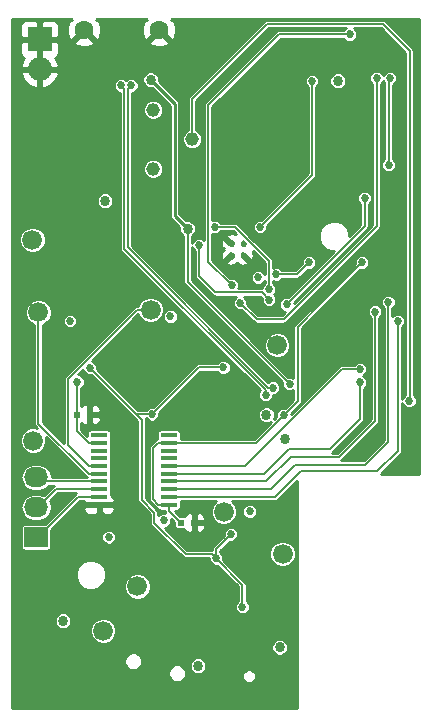
<source format=gbr>
G04 #@! TF.FileFunction,Copper,L4,Bot,Signal*
%FSLAX46Y46*%
G04 Gerber Fmt 4.6, Leading zero omitted, Abs format (unit mm)*
G04 Created by KiCad (PCBNEW 0.201602161416+6560~42~ubuntu15.10.1-product) date Wed 17 Feb 2016 02:58:19 PM EST*
%MOMM*%
G01*
G04 APERTURE LIST*
%ADD10C,0.100000*%
%ADD11R,2.032000X1.727200*%
%ADD12O,2.032000X1.727200*%
%ADD13C,1.680000*%
%ADD14C,1.150000*%
%ADD15R,2.032000X2.032000*%
%ADD16O,2.032000X2.032000*%
%ADD17R,0.600000X0.500000*%
%ADD18C,1.600000*%
%ADD19R,1.450000X0.450000*%
%ADD20C,0.457000*%
%ADD21C,0.863600*%
%ADD22C,0.685800*%
%ADD23C,0.152400*%
%ADD24C,0.254000*%
G04 APERTURE END LIST*
D10*
D11*
X126746000Y-133756400D03*
D12*
X126746000Y-131216400D03*
X126746000Y-128676400D03*
D13*
X147167600Y-117500400D03*
X126949200Y-114706400D03*
X142646400Y-131622800D03*
X135331200Y-137922000D03*
X132435600Y-141681200D03*
X147624800Y-135178800D03*
D14*
X139953000Y-100076000D03*
X136653000Y-102576000D03*
X136653000Y-97576000D03*
D15*
X127050800Y-91592400D03*
D16*
X127050800Y-94132400D03*
D17*
X139048400Y-132537200D03*
X140148400Y-132537200D03*
X130209200Y-123393200D03*
X131309200Y-123393200D03*
D18*
X137160000Y-90797000D03*
X130810000Y-90797000D03*
D13*
X126492000Y-125577600D03*
X136448800Y-114503200D03*
D19*
X137980000Y-125142400D03*
X137980000Y-125792400D03*
X137980000Y-126442400D03*
X137980000Y-127092400D03*
X137980000Y-127742400D03*
X137980000Y-128392400D03*
X137980000Y-129042400D03*
X137980000Y-129692400D03*
X137980000Y-130342400D03*
X137980000Y-130992400D03*
X132080000Y-130992400D03*
X132080000Y-130342400D03*
X132080000Y-129692400D03*
X132080000Y-129042400D03*
X132080000Y-128392400D03*
X132080000Y-127742400D03*
X132080000Y-127092400D03*
X132080000Y-126442400D03*
X132080000Y-125792400D03*
X132080000Y-125142400D03*
D13*
X126441200Y-108585000D03*
D20*
X144283400Y-109892800D03*
X143283400Y-109892800D03*
X144283400Y-108892800D03*
X143283400Y-108892800D03*
D21*
X139567000Y-107639200D03*
X136448800Y-95021400D03*
D22*
X148209000Y-120777000D03*
X155778200Y-125095000D03*
X154889200Y-125984000D03*
X134950200Y-142494000D03*
X130606800Y-111455200D03*
X142494000Y-123545600D03*
X142138400Y-138226800D03*
X131267200Y-120650000D03*
X137718800Y-123342400D03*
X124968000Y-123037600D03*
X128778000Y-120650000D03*
X136042400Y-132334000D03*
X139319000Y-147447000D03*
X136906000Y-147320000D03*
X146939000Y-147701000D03*
X143637000Y-147701000D03*
X147574000Y-145542000D03*
X135636000Y-112395000D03*
X146431000Y-114554000D03*
X129235200Y-142214600D03*
X142011400Y-102768400D03*
X143967200Y-102717600D03*
D21*
X153898600Y-126822200D03*
X141605000Y-147574000D03*
X128828800Y-100939600D03*
X144678400Y-141884400D03*
X132537200Y-147497800D03*
D22*
X137033000Y-104267000D03*
D21*
X155016200Y-91287600D03*
X132588000Y-105283000D03*
X147828000Y-125476000D03*
D22*
X144830800Y-131572000D03*
X129616200Y-115443000D03*
X138125200Y-115062000D03*
X130251200Y-120599200D03*
X132892800Y-133756400D03*
X137566400Y-132334000D03*
X145542000Y-111760000D03*
D21*
X140462000Y-144653000D03*
X147370800Y-143078200D03*
X152298400Y-95123000D03*
X146253200Y-123393200D03*
X129032000Y-140843000D03*
D22*
X144221200Y-139649200D03*
X142595600Y-119380000D03*
X136550400Y-123342400D03*
X131318000Y-119430800D03*
X143256000Y-133502400D03*
X141986000Y-135534400D03*
X134797800Y-95504000D03*
X146786335Y-121101162D03*
X133934200Y-95504000D03*
X146175679Y-121711818D03*
X145694400Y-107492800D03*
X150114000Y-95123000D03*
X143304518Y-112422682D03*
X153289000Y-91186000D03*
X144018000Y-113919000D03*
X155575000Y-94869000D03*
X156591000Y-102235000D03*
X156718000Y-94869000D03*
X147955000Y-114046000D03*
X154559000Y-105029000D03*
X146474272Y-113643272D03*
X140524520Y-109030673D03*
X141884400Y-107492800D03*
X146456400Y-112776000D03*
X154330400Y-110490000D03*
X149860000Y-110490000D03*
X147701000Y-123444000D03*
X147066000Y-111506000D03*
X158343600Y-122224800D03*
X155448000Y-114655600D03*
X157378400Y-115468400D03*
X154178000Y-119532400D03*
X154178000Y-120650000D03*
X156565600Y-113842800D03*
D23*
X148209000Y-120777000D02*
X139567000Y-112135000D01*
X139567000Y-112135000D02*
X139567000Y-107639200D01*
D24*
X139567000Y-107639200D02*
X138480800Y-106553000D01*
X138480800Y-106553000D02*
X138480800Y-97053400D01*
X138480800Y-97053400D02*
X136880599Y-95453199D01*
X136880599Y-95453199D02*
X136448800Y-95021400D01*
D23*
X131309200Y-123393200D02*
X131309200Y-120692000D01*
X131309200Y-120692000D02*
X131267200Y-120650000D01*
X132080000Y-130992400D02*
X132080000Y-131369800D01*
X132080000Y-131369800D02*
X133044200Y-132334000D01*
X133044200Y-132334000D02*
X135557467Y-132334000D01*
X135557467Y-132334000D02*
X136042400Y-132334000D01*
X136906000Y-147320000D02*
X139192000Y-147320000D01*
X139192000Y-147320000D02*
X139319000Y-147447000D01*
X130209200Y-123393200D02*
X130209200Y-120641200D01*
X130209200Y-120641200D02*
X130251200Y-120599200D01*
X132080000Y-125792400D02*
X131202600Y-125792400D01*
X131202600Y-125792400D02*
X130209200Y-124799000D01*
X130209200Y-124799000D02*
X130209200Y-123795600D01*
X130209200Y-123795600D02*
X130209200Y-123393200D01*
X136550400Y-123342400D02*
X140512800Y-119380000D01*
X140512800Y-119380000D02*
X142595600Y-119380000D01*
X135686800Y-123799600D02*
X135280400Y-123393200D01*
X135280400Y-123393200D02*
X131318000Y-119430800D01*
X136550400Y-123342400D02*
X135331200Y-123342400D01*
X135331200Y-123342400D02*
X135280400Y-123393200D01*
X135686800Y-124206000D02*
X135686800Y-123799600D01*
X135686800Y-130606800D02*
X135686800Y-124206000D01*
X136753600Y-131673600D02*
X135686800Y-130606800D01*
X136753600Y-132537200D02*
X136753600Y-131673600D01*
X139407901Y-135191501D02*
X136753600Y-132537200D01*
X141986000Y-135534400D02*
X141643101Y-135191501D01*
X141643101Y-135191501D02*
X139407901Y-135191501D01*
X141986000Y-135534400D02*
X144221200Y-137769600D01*
X144221200Y-137769600D02*
X144221200Y-139649200D01*
X141986000Y-135534400D02*
X141986000Y-134772400D01*
X141986000Y-134772400D02*
X143256000Y-133502400D01*
X134531099Y-95770701D02*
X134797800Y-95504000D01*
X146786335Y-121101162D02*
X146409165Y-121101162D01*
X146409165Y-121101162D02*
X134531099Y-109223096D01*
X134531099Y-109223096D02*
X134531099Y-95770701D01*
X146175679Y-121711818D02*
X146175679Y-121334648D01*
X146175679Y-121334648D02*
X134200901Y-109359870D01*
X134200901Y-95770701D02*
X133934200Y-95504000D01*
X134200901Y-109359870D02*
X134200901Y-95770701D01*
X132080000Y-129042400D02*
X127112000Y-129042400D01*
X127112000Y-129042400D02*
X126746000Y-128676400D01*
X145694400Y-107492800D02*
X150114000Y-103073200D01*
X150114000Y-103073200D02*
X150114000Y-95123000D01*
X141312899Y-97193101D02*
X147320000Y-91186000D01*
X147320000Y-91186000D02*
X153289000Y-91186000D01*
X143304518Y-112422682D02*
X141312899Y-110431063D01*
X141312899Y-110431063D02*
X141312899Y-97193101D01*
X147701000Y-115316000D02*
X145796000Y-115316000D01*
X144018000Y-113919000D02*
X145415000Y-115316000D01*
X145415000Y-115316000D02*
X145796000Y-115316000D01*
X148272501Y-114744499D02*
X147701000Y-115316000D01*
X155575000Y-95353933D02*
X155575000Y-94869000D01*
X148272501Y-114744499D02*
X155575000Y-107442000D01*
X155575000Y-107442000D02*
X155575000Y-95353933D01*
X156591000Y-102235000D02*
X156591000Y-94996000D01*
X156591000Y-94996000D02*
X156718000Y-94869000D01*
X147955000Y-114046000D02*
X154559000Y-107442000D01*
X154559000Y-107442000D02*
X154559000Y-105029000D01*
X145861000Y-113030000D02*
X141921520Y-113030000D01*
X140524520Y-111633000D02*
X140524520Y-109515606D01*
X146474272Y-113643272D02*
X145861000Y-113030000D01*
X141921520Y-113030000D02*
X140524520Y-111633000D01*
X140524520Y-109515606D02*
X140524520Y-109030673D01*
X146456400Y-112776000D02*
X146456400Y-110389290D01*
X143559910Y-107492800D02*
X142369333Y-107492800D01*
X146456400Y-110389290D02*
X143559910Y-107492800D01*
X142369333Y-107492800D02*
X141884400Y-107492800D01*
X147701000Y-123444000D02*
X148894800Y-122250200D01*
X148894800Y-122250200D02*
X148894800Y-115925600D01*
X148894800Y-115925600D02*
X150901400Y-113919000D01*
X150901400Y-113919000D02*
X154330400Y-110490000D01*
X136652000Y-126243000D02*
X136652000Y-130541800D01*
X136652000Y-130541800D02*
X137102600Y-130992400D01*
X137102600Y-130992400D02*
X137980000Y-130992400D01*
X137980000Y-125792400D02*
X137102600Y-125792400D01*
X137102600Y-125792400D02*
X136652000Y-126243000D01*
X137980000Y-130992400D02*
X137980000Y-131518800D01*
X137980000Y-131518800D02*
X138998400Y-132537200D01*
X138998400Y-132537200D02*
X139048400Y-132537200D01*
X137980000Y-125792400D02*
X145352600Y-125792400D01*
X145352600Y-125792400D02*
X147358101Y-123786899D01*
X147358101Y-123786899D02*
X147701000Y-123444000D01*
X147066000Y-111506000D02*
X148844000Y-111506000D01*
X148844000Y-111506000D02*
X149860000Y-110490000D01*
X158369000Y-118605320D02*
X158369000Y-122199400D01*
X158369000Y-122199400D02*
X158343600Y-122224800D01*
X158369000Y-92583000D02*
X158369000Y-118605320D01*
X156083000Y-90297000D02*
X158369000Y-92583000D01*
X146304000Y-90297000D02*
X156083000Y-90297000D01*
X139953000Y-96648000D02*
X146304000Y-90297000D01*
X139953000Y-100076000D02*
X139953000Y-96648000D01*
X137980000Y-129042400D02*
X146242800Y-129042400D01*
X146242800Y-129042400D02*
X148336000Y-126949200D01*
X148336000Y-126949200D02*
X152400000Y-126949200D01*
X152400000Y-126949200D02*
X155448000Y-123901200D01*
X155448000Y-123901200D02*
X155448000Y-114655600D01*
X126746000Y-133756400D02*
X126898400Y-133756400D01*
X126898400Y-133756400D02*
X130312400Y-130342400D01*
X130312400Y-130342400D02*
X131202600Y-130342400D01*
X131202600Y-130342400D02*
X132080000Y-130342400D01*
X132080000Y-128392400D02*
X131202600Y-128392400D01*
X131202600Y-128392400D02*
X126949200Y-124139000D01*
X126949200Y-115894339D02*
X126949200Y-114706400D01*
X126949200Y-124139000D02*
X126949200Y-115894339D01*
X136448800Y-114503200D02*
X135260861Y-114503200D01*
X135260861Y-114503200D02*
X129438400Y-120325661D01*
X129438400Y-120325661D02*
X129438400Y-125978200D01*
X129438400Y-125978200D02*
X131202600Y-127742400D01*
X131202600Y-127742400D02*
X132080000Y-127742400D01*
X157378400Y-124815600D02*
X157378400Y-124714000D01*
X157378400Y-124714000D02*
X157378400Y-115468400D01*
X137980000Y-130342400D02*
X146974800Y-130342400D01*
X146974800Y-130342400D02*
X149148800Y-128168400D01*
X149148800Y-128168400D02*
X155651200Y-128168400D01*
X155651200Y-128168400D02*
X157378400Y-126441200D01*
X157378400Y-126441200D02*
X157378400Y-124714000D01*
X132080000Y-129692400D02*
X128422400Y-129692400D01*
X128422400Y-129692400D02*
X126898400Y-131216400D01*
X126898400Y-131216400D02*
X126746000Y-131216400D01*
X151028400Y-121158000D02*
X152654000Y-119532400D01*
X152654000Y-119532400D02*
X154178000Y-119532400D01*
X147980400Y-124206000D02*
X151028400Y-121158000D01*
X144444000Y-127742400D02*
X147980400Y-124206000D01*
X137980000Y-127742400D02*
X144444000Y-127742400D01*
X151638000Y-126288800D02*
X154178000Y-123748800D01*
X154178000Y-123748800D02*
X154178000Y-120650000D01*
X148132800Y-126288800D02*
X151638000Y-126288800D01*
X148082000Y-126339600D02*
X148132800Y-126288800D01*
X146029200Y-128392400D02*
X148082000Y-126339600D01*
X137980000Y-128392400D02*
X146029200Y-128392400D01*
X154635200Y-127609600D02*
X156565600Y-125679200D01*
X156565600Y-125679200D02*
X156565600Y-113842800D01*
X153568400Y-127609600D02*
X154635200Y-127609600D01*
X148691600Y-127609600D02*
X153568400Y-127609600D01*
X146608800Y-129692400D02*
X148691600Y-127609600D01*
X146558000Y-129692400D02*
X146608800Y-129692400D01*
X137980000Y-129692400D02*
X146558000Y-129692400D01*
X137980000Y-129692400D02*
X138857400Y-129692400D01*
D24*
G36*
X129802253Y-89968861D02*
X129556136Y-90042995D01*
X129363035Y-90580223D01*
X129390222Y-91150454D01*
X129556136Y-91551005D01*
X129802255Y-91625139D01*
X130630395Y-90797000D01*
X130616252Y-90782858D01*
X130795858Y-90603252D01*
X130810000Y-90617395D01*
X130824142Y-90603252D01*
X131003748Y-90782858D01*
X130989605Y-90797000D01*
X131817745Y-91625139D01*
X132063864Y-91551005D01*
X132256965Y-91013777D01*
X132229778Y-90443546D01*
X132063864Y-90042995D01*
X131817747Y-89968861D01*
X131897208Y-89889400D01*
X136072792Y-89889400D01*
X136152253Y-89968861D01*
X135906136Y-90042995D01*
X135713035Y-90580223D01*
X135740222Y-91150454D01*
X135906136Y-91551005D01*
X136152255Y-91625139D01*
X136980395Y-90797000D01*
X136966252Y-90782858D01*
X137145858Y-90603252D01*
X137160000Y-90617395D01*
X137174142Y-90603252D01*
X137353748Y-90782858D01*
X137339605Y-90797000D01*
X138167745Y-91625139D01*
X138413864Y-91551005D01*
X138606965Y-91013777D01*
X138579778Y-90443546D01*
X138413864Y-90042995D01*
X138167747Y-89968861D01*
X138247208Y-89889400D01*
X159157600Y-89889400D01*
X159157600Y-128397000D01*
X155925494Y-128397000D01*
X157629847Y-126692647D01*
X157706932Y-126577282D01*
X157734000Y-126441200D01*
X157734000Y-122379038D01*
X157815732Y-122576844D01*
X157990635Y-122752053D01*
X158219274Y-122846992D01*
X158466840Y-122847208D01*
X158695644Y-122752668D01*
X158870853Y-122577765D01*
X158965792Y-122349126D01*
X158966008Y-122101560D01*
X158871468Y-121872756D01*
X158724600Y-121725631D01*
X158724600Y-92583000D01*
X158697532Y-92446918D01*
X158697532Y-92446917D01*
X158620447Y-92331553D01*
X156334447Y-90045553D01*
X156219083Y-89968468D01*
X156083000Y-89941400D01*
X146304000Y-89941400D01*
X146167918Y-89968468D01*
X146167916Y-89968469D01*
X146167917Y-89968469D01*
X146052553Y-90045553D01*
X139701553Y-96396553D01*
X139624468Y-96511917D01*
X139624468Y-96511918D01*
X139597400Y-96648000D01*
X139597400Y-99298468D01*
X139469653Y-99351252D01*
X139229097Y-99591389D01*
X139098748Y-99905304D01*
X139098452Y-100245205D01*
X139228252Y-100559347D01*
X139468389Y-100799903D01*
X139782304Y-100930252D01*
X140122205Y-100930548D01*
X140436347Y-100800748D01*
X140676903Y-100560611D01*
X140807252Y-100246696D01*
X140807548Y-99906795D01*
X140677748Y-99592653D01*
X140437611Y-99352097D01*
X140308600Y-99298527D01*
X140308600Y-96795294D01*
X146451294Y-90652600D01*
X152950344Y-90652600D01*
X152936956Y-90658132D01*
X152764387Y-90830400D01*
X147320000Y-90830400D01*
X147183918Y-90857468D01*
X147068553Y-90934553D01*
X141061452Y-96941654D01*
X140984367Y-97057018D01*
X140984367Y-97057019D01*
X140957299Y-97193101D01*
X140957299Y-108583374D01*
X140877485Y-108503420D01*
X140648846Y-108408481D01*
X140401280Y-108408265D01*
X140172476Y-108502805D01*
X139997267Y-108677708D01*
X139922600Y-108857526D01*
X139922600Y-108261788D01*
X139969336Y-108242477D01*
X140169574Y-108042588D01*
X140278076Y-107781287D01*
X140278323Y-107498354D01*
X140170277Y-107236864D01*
X139970388Y-107036626D01*
X139709087Y-106928124D01*
X139430417Y-106927881D01*
X138887200Y-106384664D01*
X138887200Y-97053400D01*
X138856265Y-96897877D01*
X138768168Y-96766032D01*
X137159881Y-95157745D01*
X137160123Y-94880554D01*
X137052077Y-94619064D01*
X136852188Y-94418826D01*
X136590887Y-94310324D01*
X136307954Y-94310077D01*
X136046464Y-94418123D01*
X135846226Y-94618012D01*
X135737724Y-94879313D01*
X135737477Y-95162246D01*
X135845523Y-95423736D01*
X136045412Y-95623974D01*
X136306713Y-95732476D01*
X136585383Y-95732719D01*
X138074400Y-97221736D01*
X138074400Y-106553000D01*
X138105335Y-106708523D01*
X138193432Y-106840368D01*
X138855919Y-107502855D01*
X138855677Y-107780046D01*
X138963723Y-108041536D01*
X139163612Y-108241774D01*
X139211400Y-108261617D01*
X139211400Y-112135000D01*
X139238468Y-112271083D01*
X139315553Y-112386447D01*
X147586804Y-120657698D01*
X147586592Y-120900240D01*
X147681132Y-121129044D01*
X147856035Y-121304253D01*
X148084674Y-121399192D01*
X148332240Y-121399408D01*
X148539200Y-121313894D01*
X148539200Y-122102906D01*
X147820302Y-122821804D01*
X147577760Y-122821592D01*
X147348956Y-122916132D01*
X147173747Y-123091035D01*
X147078808Y-123319674D01*
X147078595Y-123563511D01*
X146863057Y-123779049D01*
X146964276Y-123535287D01*
X146964523Y-123252354D01*
X146856477Y-122990864D01*
X146656588Y-122790626D01*
X146395287Y-122682124D01*
X146112354Y-122681877D01*
X145850864Y-122789923D01*
X145650626Y-122989812D01*
X145542124Y-123251113D01*
X145541877Y-123534046D01*
X145649923Y-123795536D01*
X145849812Y-123995774D01*
X146111113Y-124104276D01*
X146394046Y-124104523D01*
X146638653Y-124003453D01*
X145205306Y-125436800D01*
X138976068Y-125436800D01*
X138989873Y-125367400D01*
X138989873Y-124917400D01*
X138968188Y-124808384D01*
X138906436Y-124715964D01*
X138814016Y-124654212D01*
X138705000Y-124632527D01*
X137255000Y-124632527D01*
X137145984Y-124654212D01*
X137053564Y-124715964D01*
X136991812Y-124808384D01*
X136970127Y-124917400D01*
X136970127Y-125367400D01*
X136988448Y-125459506D01*
X136966518Y-125463868D01*
X136851153Y-125540953D01*
X136400553Y-125991553D01*
X136323468Y-126106917D01*
X136302793Y-126210861D01*
X136296400Y-126243000D01*
X136296400Y-130541800D01*
X136323468Y-130677883D01*
X136400553Y-130793247D01*
X136851153Y-131243847D01*
X136966518Y-131320932D01*
X136991718Y-131325945D01*
X136991812Y-131326416D01*
X137053564Y-131418836D01*
X137145984Y-131480588D01*
X137255000Y-131502273D01*
X137624400Y-131502273D01*
X137624400Y-131518800D01*
X137651468Y-131654883D01*
X137689504Y-131711807D01*
X137443160Y-131711592D01*
X137214356Y-131806132D01*
X137109200Y-131911104D01*
X137109200Y-131673600D01*
X137082132Y-131537518D01*
X137082132Y-131537517D01*
X137005047Y-131422153D01*
X136042400Y-130459506D01*
X136042400Y-123799600D01*
X136022191Y-123698000D01*
X136026082Y-123698000D01*
X136197435Y-123869653D01*
X136426074Y-123964592D01*
X136673640Y-123964808D01*
X136902444Y-123870268D01*
X137077653Y-123695365D01*
X137172592Y-123466726D01*
X137172805Y-123222889D01*
X140660094Y-119735600D01*
X142071282Y-119735600D01*
X142242635Y-119907253D01*
X142471274Y-120002192D01*
X142718840Y-120002408D01*
X142947644Y-119907868D01*
X143122853Y-119732965D01*
X143217792Y-119504326D01*
X143218008Y-119256760D01*
X143123468Y-119027956D01*
X142948565Y-118852747D01*
X142719926Y-118757808D01*
X142472360Y-118757592D01*
X142243556Y-118852132D01*
X142070987Y-119024400D01*
X140512800Y-119024400D01*
X140376717Y-119051468D01*
X140261353Y-119128553D01*
X136669702Y-122720204D01*
X136427160Y-122719992D01*
X136198356Y-122814532D01*
X136025787Y-122986800D01*
X135376894Y-122986800D01*
X131940196Y-119550102D01*
X131940408Y-119307560D01*
X131845868Y-119078756D01*
X131670965Y-118903547D01*
X131453646Y-118813309D01*
X135391444Y-114875511D01*
X135499266Y-115136461D01*
X135813883Y-115451628D01*
X136225161Y-115622405D01*
X136670485Y-115622794D01*
X137082061Y-115452734D01*
X137350022Y-115185240D01*
X137502792Y-115185240D01*
X137597332Y-115414044D01*
X137772235Y-115589253D01*
X138000874Y-115684192D01*
X138248440Y-115684408D01*
X138477244Y-115589868D01*
X138652453Y-115414965D01*
X138747392Y-115186326D01*
X138747608Y-114938760D01*
X138653068Y-114709956D01*
X138478165Y-114534747D01*
X138249526Y-114439808D01*
X138001960Y-114439592D01*
X137773156Y-114534132D01*
X137597947Y-114709035D01*
X137503008Y-114937674D01*
X137502792Y-115185240D01*
X137350022Y-115185240D01*
X137397228Y-115138117D01*
X137568005Y-114726839D01*
X137568394Y-114281515D01*
X137398334Y-113869939D01*
X137083717Y-113554772D01*
X136672439Y-113383995D01*
X136227115Y-113383606D01*
X135815539Y-113553666D01*
X135500372Y-113868283D01*
X135384390Y-114147600D01*
X135260861Y-114147600D01*
X135124779Y-114174668D01*
X135015731Y-114247532D01*
X135009414Y-114251753D01*
X129186953Y-120074214D01*
X129109868Y-120189578D01*
X129089018Y-120294400D01*
X129082800Y-120325661D01*
X129082800Y-125769706D01*
X127304800Y-123991706D01*
X127304800Y-115770661D01*
X127582461Y-115655934D01*
X127672311Y-115566240D01*
X128993792Y-115566240D01*
X129088332Y-115795044D01*
X129263235Y-115970253D01*
X129491874Y-116065192D01*
X129739440Y-116065408D01*
X129968244Y-115970868D01*
X130143453Y-115795965D01*
X130238392Y-115567326D01*
X130238608Y-115319760D01*
X130144068Y-115090956D01*
X129969165Y-114915747D01*
X129740526Y-114820808D01*
X129492960Y-114820592D01*
X129264156Y-114915132D01*
X129088947Y-115090035D01*
X128994008Y-115318674D01*
X128993792Y-115566240D01*
X127672311Y-115566240D01*
X127897628Y-115341317D01*
X128068405Y-114930039D01*
X128068794Y-114484715D01*
X127898734Y-114073139D01*
X127584117Y-113757972D01*
X127172839Y-113587195D01*
X126727515Y-113586806D01*
X126315939Y-113756866D01*
X126000772Y-114071483D01*
X125829995Y-114482761D01*
X125829606Y-114928085D01*
X125999666Y-115339661D01*
X126314283Y-115654828D01*
X126593600Y-115770810D01*
X126593600Y-124139000D01*
X126620668Y-124275083D01*
X126697753Y-124390447D01*
X126801249Y-124493943D01*
X126715639Y-124458395D01*
X126270315Y-124458006D01*
X125858739Y-124628066D01*
X125543572Y-124942683D01*
X125372795Y-125353961D01*
X125372406Y-125799285D01*
X125542466Y-126210861D01*
X125857083Y-126526028D01*
X126268361Y-126696805D01*
X126713685Y-126697194D01*
X127125261Y-126527134D01*
X127440428Y-126212517D01*
X127611205Y-125801239D01*
X127611594Y-125355915D01*
X127575242Y-125267936D01*
X130951153Y-128643847D01*
X131015436Y-128686800D01*
X128064709Y-128686800D01*
X128066778Y-128676400D01*
X127979772Y-128238993D01*
X127732001Y-127868177D01*
X127361185Y-127620406D01*
X126923778Y-127533400D01*
X126568222Y-127533400D01*
X126130815Y-127620406D01*
X125759999Y-127868177D01*
X125512228Y-128238993D01*
X125425222Y-128676400D01*
X125512228Y-129113807D01*
X125759999Y-129484623D01*
X126130815Y-129732394D01*
X126568222Y-129819400D01*
X126923778Y-129819400D01*
X127361185Y-129732394D01*
X127732001Y-129484623D01*
X127789881Y-129398000D01*
X128235236Y-129398000D01*
X128170952Y-129440953D01*
X127415325Y-130196581D01*
X127361185Y-130160406D01*
X126923778Y-130073400D01*
X126568222Y-130073400D01*
X126130815Y-130160406D01*
X125759999Y-130408177D01*
X125512228Y-130778993D01*
X125425222Y-131216400D01*
X125512228Y-131653807D01*
X125759999Y-132024623D01*
X126130815Y-132272394D01*
X126568222Y-132359400D01*
X126923778Y-132359400D01*
X127361185Y-132272394D01*
X127732001Y-132024623D01*
X127979772Y-131653807D01*
X128066778Y-131216400D01*
X127979772Y-130778993D01*
X127923267Y-130694427D01*
X128569695Y-130048000D01*
X130125236Y-130048000D01*
X130060953Y-130090953D01*
X127543979Y-132607927D01*
X125730000Y-132607927D01*
X125620984Y-132629612D01*
X125528564Y-132691364D01*
X125466812Y-132783784D01*
X125445127Y-132892800D01*
X125445127Y-134620000D01*
X125466812Y-134729016D01*
X125528564Y-134821436D01*
X125620984Y-134883188D01*
X125730000Y-134904873D01*
X127762000Y-134904873D01*
X127871016Y-134883188D01*
X127963436Y-134821436D01*
X128025188Y-134729016D01*
X128046873Y-134620000D01*
X128046873Y-133879640D01*
X132270392Y-133879640D01*
X132364932Y-134108444D01*
X132539835Y-134283653D01*
X132768474Y-134378592D01*
X133016040Y-134378808D01*
X133244844Y-134284268D01*
X133420053Y-134109365D01*
X133514992Y-133880726D01*
X133515208Y-133633160D01*
X133420668Y-133404356D01*
X133245765Y-133229147D01*
X133017126Y-133134208D01*
X132769560Y-133133992D01*
X132540756Y-133228532D01*
X132365547Y-133403435D01*
X132270608Y-133632074D01*
X132270392Y-133879640D01*
X128046873Y-133879640D01*
X128046873Y-133110821D01*
X129894044Y-131263650D01*
X130720000Y-131263650D01*
X130720000Y-131343710D01*
X130816673Y-131577099D01*
X130995302Y-131755727D01*
X131228691Y-131852400D01*
X131794250Y-131852400D01*
X131953000Y-131693650D01*
X131953000Y-131104900D01*
X132207000Y-131104900D01*
X132207000Y-131693650D01*
X132365750Y-131852400D01*
X132931309Y-131852400D01*
X133164698Y-131755727D01*
X133343327Y-131577099D01*
X133440000Y-131343710D01*
X133440000Y-131263650D01*
X133281250Y-131104900D01*
X132207000Y-131104900D01*
X131953000Y-131104900D01*
X130878750Y-131104900D01*
X130720000Y-131263650D01*
X129894044Y-131263650D01*
X130459694Y-130698000D01*
X130720000Y-130698000D01*
X130720000Y-130721150D01*
X130878750Y-130879900D01*
X131953000Y-130879900D01*
X131953000Y-130852273D01*
X132207000Y-130852273D01*
X132207000Y-130879900D01*
X133281250Y-130879900D01*
X133440000Y-130721150D01*
X133440000Y-130641090D01*
X133343327Y-130407701D01*
X133164698Y-130229073D01*
X133089873Y-130198079D01*
X133089873Y-130117400D01*
X133069981Y-130017400D01*
X133089873Y-129917400D01*
X133089873Y-129467400D01*
X133069981Y-129367400D01*
X133089873Y-129267400D01*
X133089873Y-128817400D01*
X133069981Y-128717400D01*
X133089873Y-128617400D01*
X133089873Y-128167400D01*
X133069981Y-128067400D01*
X133089873Y-127967400D01*
X133089873Y-127517400D01*
X133069981Y-127417400D01*
X133089873Y-127317400D01*
X133089873Y-126867400D01*
X133069981Y-126767400D01*
X133089873Y-126667400D01*
X133089873Y-126217400D01*
X133069981Y-126117400D01*
X133089873Y-126017400D01*
X133089873Y-125567400D01*
X133069981Y-125467400D01*
X133089873Y-125367400D01*
X133089873Y-124917400D01*
X133068188Y-124808384D01*
X133006436Y-124715964D01*
X132914016Y-124654212D01*
X132805000Y-124632527D01*
X131355000Y-124632527D01*
X131245984Y-124654212D01*
X131153564Y-124715964D01*
X131091812Y-124808384D01*
X131070127Y-124917400D01*
X131070127Y-125157033D01*
X130564800Y-124651706D01*
X130564800Y-124096825D01*
X130649502Y-124181527D01*
X130882891Y-124278200D01*
X131023450Y-124278200D01*
X131182200Y-124119450D01*
X131182200Y-123518200D01*
X131436200Y-123518200D01*
X131436200Y-124119450D01*
X131594950Y-124278200D01*
X131735509Y-124278200D01*
X131968898Y-124181527D01*
X132147527Y-124002899D01*
X132244200Y-123769510D01*
X132244200Y-123676950D01*
X132085450Y-123518200D01*
X131436200Y-123518200D01*
X131182200Y-123518200D01*
X131162200Y-123518200D01*
X131162200Y-123268200D01*
X131182200Y-123268200D01*
X131182200Y-122666950D01*
X131436200Y-122666950D01*
X131436200Y-123268200D01*
X132085450Y-123268200D01*
X132244200Y-123109450D01*
X132244200Y-123016890D01*
X132147527Y-122783501D01*
X131968898Y-122604873D01*
X131735509Y-122508200D01*
X131594950Y-122508200D01*
X131436200Y-122666950D01*
X131182200Y-122666950D01*
X131023450Y-122508200D01*
X130882891Y-122508200D01*
X130649502Y-122604873D01*
X130564800Y-122689575D01*
X130564800Y-121142953D01*
X130603244Y-121127068D01*
X130778453Y-120952165D01*
X130873392Y-120723526D01*
X130873608Y-120475960D01*
X130779068Y-120247156D01*
X130604165Y-120071947D01*
X130375526Y-119977008D01*
X130290022Y-119976933D01*
X130700657Y-119566298D01*
X130790132Y-119782844D01*
X130965035Y-119958053D01*
X131193674Y-120052992D01*
X131437511Y-120053205D01*
X135331200Y-123946894D01*
X135331200Y-130606800D01*
X135358268Y-130742883D01*
X135435353Y-130858247D01*
X136398000Y-131820894D01*
X136398000Y-132537200D01*
X136425068Y-132673283D01*
X136502153Y-132788647D01*
X139156453Y-135442948D01*
X139233538Y-135494454D01*
X139271819Y-135520033D01*
X139407901Y-135547101D01*
X141363688Y-135547101D01*
X141363592Y-135657640D01*
X141458132Y-135886444D01*
X141633035Y-136061653D01*
X141861674Y-136156592D01*
X142105511Y-136156805D01*
X143865600Y-137916894D01*
X143865600Y-139124882D01*
X143693947Y-139296235D01*
X143599008Y-139524874D01*
X143598792Y-139772440D01*
X143693332Y-140001244D01*
X143868235Y-140176453D01*
X144096874Y-140271392D01*
X144344440Y-140271608D01*
X144573244Y-140177068D01*
X144748453Y-140002165D01*
X144843392Y-139773526D01*
X144843608Y-139525960D01*
X144749068Y-139297156D01*
X144576800Y-139124587D01*
X144576800Y-137769600D01*
X144549732Y-137633518D01*
X144549732Y-137633517D01*
X144472647Y-137518153D01*
X142608196Y-135653702D01*
X142608408Y-135411160D01*
X142603998Y-135400485D01*
X146505206Y-135400485D01*
X146675266Y-135812061D01*
X146989883Y-136127228D01*
X147401161Y-136298005D01*
X147846485Y-136298394D01*
X148258061Y-136128334D01*
X148573228Y-135813717D01*
X148744005Y-135402439D01*
X148744394Y-134957115D01*
X148574334Y-134545539D01*
X148259717Y-134230372D01*
X147848439Y-134059595D01*
X147403115Y-134059206D01*
X146991539Y-134229266D01*
X146676372Y-134543883D01*
X146505595Y-134955161D01*
X146505206Y-135400485D01*
X142603998Y-135400485D01*
X142513868Y-135182356D01*
X142341600Y-135009787D01*
X142341600Y-134919694D01*
X143136698Y-134124596D01*
X143379240Y-134124808D01*
X143608044Y-134030268D01*
X143783253Y-133855365D01*
X143878192Y-133626726D01*
X143878408Y-133379160D01*
X143783868Y-133150356D01*
X143608965Y-132975147D01*
X143380326Y-132880208D01*
X143132760Y-132879992D01*
X142903956Y-132974532D01*
X142728747Y-133149435D01*
X142633808Y-133378074D01*
X142633595Y-133621911D01*
X141734553Y-134520953D01*
X141657468Y-134636317D01*
X141657468Y-134636318D01*
X141630400Y-134772400D01*
X141630400Y-134835901D01*
X139555196Y-134835901D01*
X137675690Y-132956396D01*
X137689640Y-132956408D01*
X137918444Y-132861868D01*
X138093653Y-132686965D01*
X138188592Y-132458326D01*
X138188791Y-132230485D01*
X138463527Y-132505221D01*
X138463527Y-132787200D01*
X138485212Y-132896216D01*
X138546964Y-132988636D01*
X138639384Y-133050388D01*
X138748400Y-133072073D01*
X139279079Y-133072073D01*
X139310073Y-133146899D01*
X139488702Y-133325527D01*
X139722091Y-133422200D01*
X139862650Y-133422200D01*
X140021400Y-133263450D01*
X140021400Y-132662200D01*
X140275400Y-132662200D01*
X140275400Y-133263450D01*
X140434150Y-133422200D01*
X140574709Y-133422200D01*
X140808098Y-133325527D01*
X140986727Y-133146899D01*
X141083400Y-132913510D01*
X141083400Y-132820950D01*
X140924650Y-132662200D01*
X140275400Y-132662200D01*
X140021400Y-132662200D01*
X140001400Y-132662200D01*
X140001400Y-132412200D01*
X140021400Y-132412200D01*
X140021400Y-131810950D01*
X140275400Y-131810950D01*
X140275400Y-132412200D01*
X140924650Y-132412200D01*
X141083400Y-132253450D01*
X141083400Y-132160890D01*
X140986727Y-131927501D01*
X140808098Y-131748873D01*
X140574709Y-131652200D01*
X140434150Y-131652200D01*
X140275400Y-131810950D01*
X140021400Y-131810950D01*
X139862650Y-131652200D01*
X139722091Y-131652200D01*
X139488702Y-131748873D01*
X139310073Y-131927501D01*
X139279079Y-132002327D01*
X138966421Y-132002327D01*
X138466367Y-131502273D01*
X138705000Y-131502273D01*
X138814016Y-131480588D01*
X138906436Y-131418836D01*
X138968188Y-131326416D01*
X138989873Y-131217400D01*
X138989873Y-130767400D01*
X138976068Y-130698000D01*
X141988362Y-130698000D01*
X141697972Y-130987883D01*
X141527195Y-131399161D01*
X141526806Y-131844485D01*
X141696866Y-132256061D01*
X142011483Y-132571228D01*
X142422761Y-132742005D01*
X142868085Y-132742394D01*
X143279661Y-132572334D01*
X143594828Y-132257717D01*
X143765605Y-131846439D01*
X143765737Y-131695240D01*
X144208392Y-131695240D01*
X144302932Y-131924044D01*
X144477835Y-132099253D01*
X144706474Y-132194192D01*
X144954040Y-132194408D01*
X145182844Y-132099868D01*
X145358053Y-131924965D01*
X145452992Y-131696326D01*
X145453208Y-131448760D01*
X145358668Y-131219956D01*
X145183765Y-131044747D01*
X144955126Y-130949808D01*
X144707560Y-130949592D01*
X144478756Y-131044132D01*
X144303547Y-131219035D01*
X144208608Y-131447674D01*
X144208392Y-131695240D01*
X143765737Y-131695240D01*
X143765994Y-131401115D01*
X143595934Y-130989539D01*
X143304904Y-130698000D01*
X146974800Y-130698000D01*
X147110883Y-130670932D01*
X147226247Y-130593847D01*
X148844000Y-128976094D01*
X148844000Y-148235600D01*
X124687400Y-148235600D01*
X124687400Y-145437401D01*
X137929469Y-145437401D01*
X138044078Y-145714775D01*
X138256109Y-145927177D01*
X138533282Y-146042269D01*
X138833401Y-146042531D01*
X139110775Y-145927922D01*
X139323177Y-145715891D01*
X139347325Y-145657734D01*
X144195499Y-145657734D01*
X144284281Y-145872603D01*
X144448532Y-146037141D01*
X144663246Y-146126298D01*
X144895734Y-146126501D01*
X145110603Y-146037719D01*
X145275141Y-145873468D01*
X145364298Y-145658754D01*
X145364501Y-145426266D01*
X145275719Y-145211397D01*
X145111468Y-145046859D01*
X144896754Y-144957702D01*
X144664266Y-144957499D01*
X144449397Y-145046281D01*
X144284859Y-145210532D01*
X144195702Y-145425246D01*
X144195499Y-145657734D01*
X139347325Y-145657734D01*
X139438269Y-145438718D01*
X139438531Y-145138599D01*
X139323922Y-144861225D01*
X139256661Y-144793846D01*
X139750677Y-144793846D01*
X139858723Y-145055336D01*
X140058612Y-145255574D01*
X140319913Y-145364076D01*
X140602846Y-145364323D01*
X140864336Y-145256277D01*
X141064574Y-145056388D01*
X141173076Y-144795087D01*
X141173323Y-144512154D01*
X141065277Y-144250664D01*
X140865388Y-144050426D01*
X140604087Y-143941924D01*
X140321154Y-143941677D01*
X140059664Y-144049723D01*
X139859426Y-144249612D01*
X139750924Y-144510913D01*
X139750677Y-144793846D01*
X139256661Y-144793846D01*
X139111891Y-144648823D01*
X138834718Y-144533731D01*
X138534599Y-144533469D01*
X138257225Y-144648078D01*
X138044823Y-144860109D01*
X137929731Y-145137282D01*
X137929469Y-145437401D01*
X124687400Y-145437401D01*
X124687400Y-144421401D01*
X134221469Y-144421401D01*
X134336078Y-144698775D01*
X134548109Y-144911177D01*
X134825282Y-145026269D01*
X135125401Y-145026531D01*
X135402775Y-144911922D01*
X135615177Y-144699891D01*
X135730269Y-144422718D01*
X135730531Y-144122599D01*
X135615922Y-143845225D01*
X135403891Y-143632823D01*
X135126718Y-143517731D01*
X134826599Y-143517469D01*
X134549225Y-143632078D01*
X134336823Y-143844109D01*
X134221731Y-144121282D01*
X134221469Y-144421401D01*
X124687400Y-144421401D01*
X124687400Y-143219046D01*
X146659477Y-143219046D01*
X146767523Y-143480536D01*
X146967412Y-143680774D01*
X147228713Y-143789276D01*
X147511646Y-143789523D01*
X147773136Y-143681477D01*
X147973374Y-143481588D01*
X148081876Y-143220287D01*
X148082123Y-142937354D01*
X147974077Y-142675864D01*
X147774188Y-142475626D01*
X147512887Y-142367124D01*
X147229954Y-142366877D01*
X146968464Y-142474923D01*
X146768226Y-142674812D01*
X146659724Y-142936113D01*
X146659477Y-143219046D01*
X124687400Y-143219046D01*
X124687400Y-141902885D01*
X131316006Y-141902885D01*
X131486066Y-142314461D01*
X131800683Y-142629628D01*
X132211961Y-142800405D01*
X132657285Y-142800794D01*
X133068861Y-142630734D01*
X133384028Y-142316117D01*
X133554805Y-141904839D01*
X133555194Y-141459515D01*
X133385134Y-141047939D01*
X133070517Y-140732772D01*
X132659239Y-140561995D01*
X132213915Y-140561606D01*
X131802339Y-140731666D01*
X131487172Y-141046283D01*
X131316395Y-141457561D01*
X131316006Y-141902885D01*
X124687400Y-141902885D01*
X124687400Y-140983846D01*
X128320677Y-140983846D01*
X128428723Y-141245336D01*
X128628612Y-141445574D01*
X128889913Y-141554076D01*
X129172846Y-141554323D01*
X129434336Y-141446277D01*
X129634574Y-141246388D01*
X129743076Y-140985087D01*
X129743323Y-140702154D01*
X129635277Y-140440664D01*
X129435388Y-140240426D01*
X129174087Y-140131924D01*
X128891154Y-140131677D01*
X128629664Y-140239723D01*
X128429426Y-140439612D01*
X128320924Y-140700913D01*
X128320677Y-140983846D01*
X124687400Y-140983846D01*
X124687400Y-137196372D01*
X130096378Y-137196372D01*
X130290745Y-137666775D01*
X130650332Y-138026990D01*
X131120395Y-138222178D01*
X131629372Y-138222622D01*
X131820413Y-138143685D01*
X134211606Y-138143685D01*
X134381666Y-138555261D01*
X134696283Y-138870428D01*
X135107561Y-139041205D01*
X135552885Y-139041594D01*
X135964461Y-138871534D01*
X136279628Y-138556917D01*
X136450405Y-138145639D01*
X136450794Y-137700315D01*
X136280734Y-137288739D01*
X135966117Y-136973572D01*
X135554839Y-136802795D01*
X135109515Y-136802406D01*
X134697939Y-136972466D01*
X134382772Y-137287083D01*
X134211995Y-137698361D01*
X134211606Y-138143685D01*
X131820413Y-138143685D01*
X132099775Y-138028255D01*
X132459990Y-137668668D01*
X132655178Y-137198605D01*
X132655622Y-136689628D01*
X132461255Y-136219225D01*
X132101668Y-135859010D01*
X131631605Y-135663822D01*
X131122628Y-135663378D01*
X130652225Y-135857745D01*
X130292010Y-136217332D01*
X130096822Y-136687395D01*
X130096378Y-137196372D01*
X124687400Y-137196372D01*
X124687400Y-108806685D01*
X125321606Y-108806685D01*
X125491666Y-109218261D01*
X125806283Y-109533428D01*
X126217561Y-109704205D01*
X126662885Y-109704594D01*
X127074461Y-109534534D01*
X127389628Y-109219917D01*
X127560405Y-108808639D01*
X127560794Y-108363315D01*
X127390734Y-107951739D01*
X127076117Y-107636572D01*
X126664839Y-107465795D01*
X126219515Y-107465406D01*
X125807939Y-107635466D01*
X125492772Y-107950083D01*
X125321995Y-108361361D01*
X125321606Y-108806685D01*
X124687400Y-108806685D01*
X124687400Y-105423846D01*
X131876677Y-105423846D01*
X131984723Y-105685336D01*
X132184612Y-105885574D01*
X132445913Y-105994076D01*
X132728846Y-105994323D01*
X132990336Y-105886277D01*
X133190574Y-105686388D01*
X133299076Y-105425087D01*
X133299323Y-105142154D01*
X133191277Y-104880664D01*
X132991388Y-104680426D01*
X132730087Y-104571924D01*
X132447154Y-104571677D01*
X132185664Y-104679723D01*
X131985426Y-104879612D01*
X131876924Y-105140913D01*
X131876677Y-105423846D01*
X124687400Y-105423846D01*
X124687400Y-94515344D01*
X125444825Y-94515344D01*
X125644415Y-94997218D01*
X126082421Y-95469588D01*
X126667854Y-95738383D01*
X126923800Y-95619767D01*
X126923800Y-94259400D01*
X127177800Y-94259400D01*
X127177800Y-95619767D01*
X127433746Y-95738383D01*
X127675814Y-95627240D01*
X133311792Y-95627240D01*
X133406332Y-95856044D01*
X133581235Y-96031253D01*
X133809874Y-96126192D01*
X133845301Y-96126223D01*
X133845301Y-109359870D01*
X133872369Y-109495953D01*
X133949454Y-109611317D01*
X145672729Y-121334592D01*
X145648426Y-121358853D01*
X145553487Y-121587492D01*
X145553271Y-121835058D01*
X145647811Y-122063862D01*
X145822714Y-122239071D01*
X146051353Y-122334010D01*
X146298919Y-122334226D01*
X146527723Y-122239686D01*
X146702932Y-122064783D01*
X146797871Y-121836144D01*
X146797969Y-121723473D01*
X146909575Y-121723570D01*
X147138379Y-121629030D01*
X147313588Y-121454127D01*
X147408527Y-121225488D01*
X147408743Y-120977922D01*
X147314203Y-120749118D01*
X147139300Y-120573909D01*
X146910661Y-120478970D01*
X146663095Y-120478754D01*
X146434291Y-120573294D01*
X146409219Y-120598322D01*
X134886699Y-109075802D01*
X134886699Y-102745205D01*
X135798452Y-102745205D01*
X135928252Y-103059347D01*
X136168389Y-103299903D01*
X136482304Y-103430252D01*
X136822205Y-103430548D01*
X137136347Y-103300748D01*
X137376903Y-103060611D01*
X137507252Y-102746696D01*
X137507548Y-102406795D01*
X137377748Y-102092653D01*
X137137611Y-101852097D01*
X136823696Y-101721748D01*
X136483795Y-101721452D01*
X136169653Y-101851252D01*
X135929097Y-102091389D01*
X135798748Y-102405304D01*
X135798452Y-102745205D01*
X134886699Y-102745205D01*
X134886699Y-97745205D01*
X135798452Y-97745205D01*
X135928252Y-98059347D01*
X136168389Y-98299903D01*
X136482304Y-98430252D01*
X136822205Y-98430548D01*
X137136347Y-98300748D01*
X137376903Y-98060611D01*
X137507252Y-97746696D01*
X137507548Y-97406795D01*
X137377748Y-97092653D01*
X137137611Y-96852097D01*
X136823696Y-96721748D01*
X136483795Y-96721452D01*
X136169653Y-96851252D01*
X135929097Y-97091389D01*
X135798748Y-97405304D01*
X135798452Y-97745205D01*
X134886699Y-97745205D01*
X134886699Y-96126378D01*
X134921040Y-96126408D01*
X135149844Y-96031868D01*
X135325053Y-95856965D01*
X135419992Y-95628326D01*
X135420208Y-95380760D01*
X135325668Y-95151956D01*
X135150765Y-94976747D01*
X134922126Y-94881808D01*
X134674560Y-94881592D01*
X134445756Y-94976132D01*
X134366014Y-95055734D01*
X134287165Y-94976747D01*
X134058526Y-94881808D01*
X133810960Y-94881592D01*
X133582156Y-94976132D01*
X133406947Y-95151035D01*
X133312008Y-95379674D01*
X133311792Y-95627240D01*
X127675814Y-95627240D01*
X128019179Y-95469588D01*
X128457185Y-94997218D01*
X128656775Y-94515344D01*
X128537636Y-94259400D01*
X127177800Y-94259400D01*
X126923800Y-94259400D01*
X125563964Y-94259400D01*
X125444825Y-94515344D01*
X124687400Y-94515344D01*
X124687400Y-91878150D01*
X125399800Y-91878150D01*
X125399800Y-92734710D01*
X125496473Y-92968099D01*
X125675102Y-93146727D01*
X125733896Y-93171080D01*
X125644415Y-93267582D01*
X125444825Y-93749456D01*
X125563964Y-94005400D01*
X126923800Y-94005400D01*
X126923800Y-91719400D01*
X127177800Y-91719400D01*
X127177800Y-94005400D01*
X128537636Y-94005400D01*
X128656775Y-93749456D01*
X128457185Y-93267582D01*
X128367704Y-93171080D01*
X128426498Y-93146727D01*
X128605127Y-92968099D01*
X128701800Y-92734710D01*
X128701800Y-91878150D01*
X128628395Y-91804745D01*
X129981861Y-91804745D01*
X130055995Y-92050864D01*
X130593223Y-92243965D01*
X131163454Y-92216778D01*
X131564005Y-92050864D01*
X131638139Y-91804745D01*
X136331861Y-91804745D01*
X136405995Y-92050864D01*
X136943223Y-92243965D01*
X137513454Y-92216778D01*
X137914005Y-92050864D01*
X137988139Y-91804745D01*
X137160000Y-90976605D01*
X136331861Y-91804745D01*
X131638139Y-91804745D01*
X130810000Y-90976605D01*
X129981861Y-91804745D01*
X128628395Y-91804745D01*
X128543050Y-91719400D01*
X127177800Y-91719400D01*
X126923800Y-91719400D01*
X125558550Y-91719400D01*
X125399800Y-91878150D01*
X124687400Y-91878150D01*
X124687400Y-90450090D01*
X125399800Y-90450090D01*
X125399800Y-91306650D01*
X125558550Y-91465400D01*
X126923800Y-91465400D01*
X126923800Y-90100150D01*
X127177800Y-90100150D01*
X127177800Y-91465400D01*
X128543050Y-91465400D01*
X128701800Y-91306650D01*
X128701800Y-90450090D01*
X128605127Y-90216701D01*
X128426498Y-90038073D01*
X128193109Y-89941400D01*
X127336550Y-89941400D01*
X127177800Y-90100150D01*
X126923800Y-90100150D01*
X126765050Y-89941400D01*
X125908491Y-89941400D01*
X125675102Y-90038073D01*
X125496473Y-90216701D01*
X125399800Y-90450090D01*
X124687400Y-90450090D01*
X124687400Y-89889400D01*
X129722792Y-89889400D01*
X129802253Y-89968861D01*
X129802253Y-89968861D01*
G37*
X129802253Y-89968861D02*
X129556136Y-90042995D01*
X129363035Y-90580223D01*
X129390222Y-91150454D01*
X129556136Y-91551005D01*
X129802255Y-91625139D01*
X130630395Y-90797000D01*
X130616252Y-90782858D01*
X130795858Y-90603252D01*
X130810000Y-90617395D01*
X130824142Y-90603252D01*
X131003748Y-90782858D01*
X130989605Y-90797000D01*
X131817745Y-91625139D01*
X132063864Y-91551005D01*
X132256965Y-91013777D01*
X132229778Y-90443546D01*
X132063864Y-90042995D01*
X131817747Y-89968861D01*
X131897208Y-89889400D01*
X136072792Y-89889400D01*
X136152253Y-89968861D01*
X135906136Y-90042995D01*
X135713035Y-90580223D01*
X135740222Y-91150454D01*
X135906136Y-91551005D01*
X136152255Y-91625139D01*
X136980395Y-90797000D01*
X136966252Y-90782858D01*
X137145858Y-90603252D01*
X137160000Y-90617395D01*
X137174142Y-90603252D01*
X137353748Y-90782858D01*
X137339605Y-90797000D01*
X138167745Y-91625139D01*
X138413864Y-91551005D01*
X138606965Y-91013777D01*
X138579778Y-90443546D01*
X138413864Y-90042995D01*
X138167747Y-89968861D01*
X138247208Y-89889400D01*
X159157600Y-89889400D01*
X159157600Y-128397000D01*
X155925494Y-128397000D01*
X157629847Y-126692647D01*
X157706932Y-126577282D01*
X157734000Y-126441200D01*
X157734000Y-122379038D01*
X157815732Y-122576844D01*
X157990635Y-122752053D01*
X158219274Y-122846992D01*
X158466840Y-122847208D01*
X158695644Y-122752668D01*
X158870853Y-122577765D01*
X158965792Y-122349126D01*
X158966008Y-122101560D01*
X158871468Y-121872756D01*
X158724600Y-121725631D01*
X158724600Y-92583000D01*
X158697532Y-92446918D01*
X158697532Y-92446917D01*
X158620447Y-92331553D01*
X156334447Y-90045553D01*
X156219083Y-89968468D01*
X156083000Y-89941400D01*
X146304000Y-89941400D01*
X146167918Y-89968468D01*
X146167916Y-89968469D01*
X146167917Y-89968469D01*
X146052553Y-90045553D01*
X139701553Y-96396553D01*
X139624468Y-96511917D01*
X139624468Y-96511918D01*
X139597400Y-96648000D01*
X139597400Y-99298468D01*
X139469653Y-99351252D01*
X139229097Y-99591389D01*
X139098748Y-99905304D01*
X139098452Y-100245205D01*
X139228252Y-100559347D01*
X139468389Y-100799903D01*
X139782304Y-100930252D01*
X140122205Y-100930548D01*
X140436347Y-100800748D01*
X140676903Y-100560611D01*
X140807252Y-100246696D01*
X140807548Y-99906795D01*
X140677748Y-99592653D01*
X140437611Y-99352097D01*
X140308600Y-99298527D01*
X140308600Y-96795294D01*
X146451294Y-90652600D01*
X152950344Y-90652600D01*
X152936956Y-90658132D01*
X152764387Y-90830400D01*
X147320000Y-90830400D01*
X147183918Y-90857468D01*
X147068553Y-90934553D01*
X141061452Y-96941654D01*
X140984367Y-97057018D01*
X140984367Y-97057019D01*
X140957299Y-97193101D01*
X140957299Y-108583374D01*
X140877485Y-108503420D01*
X140648846Y-108408481D01*
X140401280Y-108408265D01*
X140172476Y-108502805D01*
X139997267Y-108677708D01*
X139922600Y-108857526D01*
X139922600Y-108261788D01*
X139969336Y-108242477D01*
X140169574Y-108042588D01*
X140278076Y-107781287D01*
X140278323Y-107498354D01*
X140170277Y-107236864D01*
X139970388Y-107036626D01*
X139709087Y-106928124D01*
X139430417Y-106927881D01*
X138887200Y-106384664D01*
X138887200Y-97053400D01*
X138856265Y-96897877D01*
X138768168Y-96766032D01*
X137159881Y-95157745D01*
X137160123Y-94880554D01*
X137052077Y-94619064D01*
X136852188Y-94418826D01*
X136590887Y-94310324D01*
X136307954Y-94310077D01*
X136046464Y-94418123D01*
X135846226Y-94618012D01*
X135737724Y-94879313D01*
X135737477Y-95162246D01*
X135845523Y-95423736D01*
X136045412Y-95623974D01*
X136306713Y-95732476D01*
X136585383Y-95732719D01*
X138074400Y-97221736D01*
X138074400Y-106553000D01*
X138105335Y-106708523D01*
X138193432Y-106840368D01*
X138855919Y-107502855D01*
X138855677Y-107780046D01*
X138963723Y-108041536D01*
X139163612Y-108241774D01*
X139211400Y-108261617D01*
X139211400Y-112135000D01*
X139238468Y-112271083D01*
X139315553Y-112386447D01*
X147586804Y-120657698D01*
X147586592Y-120900240D01*
X147681132Y-121129044D01*
X147856035Y-121304253D01*
X148084674Y-121399192D01*
X148332240Y-121399408D01*
X148539200Y-121313894D01*
X148539200Y-122102906D01*
X147820302Y-122821804D01*
X147577760Y-122821592D01*
X147348956Y-122916132D01*
X147173747Y-123091035D01*
X147078808Y-123319674D01*
X147078595Y-123563511D01*
X146863057Y-123779049D01*
X146964276Y-123535287D01*
X146964523Y-123252354D01*
X146856477Y-122990864D01*
X146656588Y-122790626D01*
X146395287Y-122682124D01*
X146112354Y-122681877D01*
X145850864Y-122789923D01*
X145650626Y-122989812D01*
X145542124Y-123251113D01*
X145541877Y-123534046D01*
X145649923Y-123795536D01*
X145849812Y-123995774D01*
X146111113Y-124104276D01*
X146394046Y-124104523D01*
X146638653Y-124003453D01*
X145205306Y-125436800D01*
X138976068Y-125436800D01*
X138989873Y-125367400D01*
X138989873Y-124917400D01*
X138968188Y-124808384D01*
X138906436Y-124715964D01*
X138814016Y-124654212D01*
X138705000Y-124632527D01*
X137255000Y-124632527D01*
X137145984Y-124654212D01*
X137053564Y-124715964D01*
X136991812Y-124808384D01*
X136970127Y-124917400D01*
X136970127Y-125367400D01*
X136988448Y-125459506D01*
X136966518Y-125463868D01*
X136851153Y-125540953D01*
X136400553Y-125991553D01*
X136323468Y-126106917D01*
X136302793Y-126210861D01*
X136296400Y-126243000D01*
X136296400Y-130541800D01*
X136323468Y-130677883D01*
X136400553Y-130793247D01*
X136851153Y-131243847D01*
X136966518Y-131320932D01*
X136991718Y-131325945D01*
X136991812Y-131326416D01*
X137053564Y-131418836D01*
X137145984Y-131480588D01*
X137255000Y-131502273D01*
X137624400Y-131502273D01*
X137624400Y-131518800D01*
X137651468Y-131654883D01*
X137689504Y-131711807D01*
X137443160Y-131711592D01*
X137214356Y-131806132D01*
X137109200Y-131911104D01*
X137109200Y-131673600D01*
X137082132Y-131537518D01*
X137082132Y-131537517D01*
X137005047Y-131422153D01*
X136042400Y-130459506D01*
X136042400Y-123799600D01*
X136022191Y-123698000D01*
X136026082Y-123698000D01*
X136197435Y-123869653D01*
X136426074Y-123964592D01*
X136673640Y-123964808D01*
X136902444Y-123870268D01*
X137077653Y-123695365D01*
X137172592Y-123466726D01*
X137172805Y-123222889D01*
X140660094Y-119735600D01*
X142071282Y-119735600D01*
X142242635Y-119907253D01*
X142471274Y-120002192D01*
X142718840Y-120002408D01*
X142947644Y-119907868D01*
X143122853Y-119732965D01*
X143217792Y-119504326D01*
X143218008Y-119256760D01*
X143123468Y-119027956D01*
X142948565Y-118852747D01*
X142719926Y-118757808D01*
X142472360Y-118757592D01*
X142243556Y-118852132D01*
X142070987Y-119024400D01*
X140512800Y-119024400D01*
X140376717Y-119051468D01*
X140261353Y-119128553D01*
X136669702Y-122720204D01*
X136427160Y-122719992D01*
X136198356Y-122814532D01*
X136025787Y-122986800D01*
X135376894Y-122986800D01*
X131940196Y-119550102D01*
X131940408Y-119307560D01*
X131845868Y-119078756D01*
X131670965Y-118903547D01*
X131453646Y-118813309D01*
X135391444Y-114875511D01*
X135499266Y-115136461D01*
X135813883Y-115451628D01*
X136225161Y-115622405D01*
X136670485Y-115622794D01*
X137082061Y-115452734D01*
X137350022Y-115185240D01*
X137502792Y-115185240D01*
X137597332Y-115414044D01*
X137772235Y-115589253D01*
X138000874Y-115684192D01*
X138248440Y-115684408D01*
X138477244Y-115589868D01*
X138652453Y-115414965D01*
X138747392Y-115186326D01*
X138747608Y-114938760D01*
X138653068Y-114709956D01*
X138478165Y-114534747D01*
X138249526Y-114439808D01*
X138001960Y-114439592D01*
X137773156Y-114534132D01*
X137597947Y-114709035D01*
X137503008Y-114937674D01*
X137502792Y-115185240D01*
X137350022Y-115185240D01*
X137397228Y-115138117D01*
X137568005Y-114726839D01*
X137568394Y-114281515D01*
X137398334Y-113869939D01*
X137083717Y-113554772D01*
X136672439Y-113383995D01*
X136227115Y-113383606D01*
X135815539Y-113553666D01*
X135500372Y-113868283D01*
X135384390Y-114147600D01*
X135260861Y-114147600D01*
X135124779Y-114174668D01*
X135015731Y-114247532D01*
X135009414Y-114251753D01*
X129186953Y-120074214D01*
X129109868Y-120189578D01*
X129089018Y-120294400D01*
X129082800Y-120325661D01*
X129082800Y-125769706D01*
X127304800Y-123991706D01*
X127304800Y-115770661D01*
X127582461Y-115655934D01*
X127672311Y-115566240D01*
X128993792Y-115566240D01*
X129088332Y-115795044D01*
X129263235Y-115970253D01*
X129491874Y-116065192D01*
X129739440Y-116065408D01*
X129968244Y-115970868D01*
X130143453Y-115795965D01*
X130238392Y-115567326D01*
X130238608Y-115319760D01*
X130144068Y-115090956D01*
X129969165Y-114915747D01*
X129740526Y-114820808D01*
X129492960Y-114820592D01*
X129264156Y-114915132D01*
X129088947Y-115090035D01*
X128994008Y-115318674D01*
X128993792Y-115566240D01*
X127672311Y-115566240D01*
X127897628Y-115341317D01*
X128068405Y-114930039D01*
X128068794Y-114484715D01*
X127898734Y-114073139D01*
X127584117Y-113757972D01*
X127172839Y-113587195D01*
X126727515Y-113586806D01*
X126315939Y-113756866D01*
X126000772Y-114071483D01*
X125829995Y-114482761D01*
X125829606Y-114928085D01*
X125999666Y-115339661D01*
X126314283Y-115654828D01*
X126593600Y-115770810D01*
X126593600Y-124139000D01*
X126620668Y-124275083D01*
X126697753Y-124390447D01*
X126801249Y-124493943D01*
X126715639Y-124458395D01*
X126270315Y-124458006D01*
X125858739Y-124628066D01*
X125543572Y-124942683D01*
X125372795Y-125353961D01*
X125372406Y-125799285D01*
X125542466Y-126210861D01*
X125857083Y-126526028D01*
X126268361Y-126696805D01*
X126713685Y-126697194D01*
X127125261Y-126527134D01*
X127440428Y-126212517D01*
X127611205Y-125801239D01*
X127611594Y-125355915D01*
X127575242Y-125267936D01*
X130951153Y-128643847D01*
X131015436Y-128686800D01*
X128064709Y-128686800D01*
X128066778Y-128676400D01*
X127979772Y-128238993D01*
X127732001Y-127868177D01*
X127361185Y-127620406D01*
X126923778Y-127533400D01*
X126568222Y-127533400D01*
X126130815Y-127620406D01*
X125759999Y-127868177D01*
X125512228Y-128238993D01*
X125425222Y-128676400D01*
X125512228Y-129113807D01*
X125759999Y-129484623D01*
X126130815Y-129732394D01*
X126568222Y-129819400D01*
X126923778Y-129819400D01*
X127361185Y-129732394D01*
X127732001Y-129484623D01*
X127789881Y-129398000D01*
X128235236Y-129398000D01*
X128170952Y-129440953D01*
X127415325Y-130196581D01*
X127361185Y-130160406D01*
X126923778Y-130073400D01*
X126568222Y-130073400D01*
X126130815Y-130160406D01*
X125759999Y-130408177D01*
X125512228Y-130778993D01*
X125425222Y-131216400D01*
X125512228Y-131653807D01*
X125759999Y-132024623D01*
X126130815Y-132272394D01*
X126568222Y-132359400D01*
X126923778Y-132359400D01*
X127361185Y-132272394D01*
X127732001Y-132024623D01*
X127979772Y-131653807D01*
X128066778Y-131216400D01*
X127979772Y-130778993D01*
X127923267Y-130694427D01*
X128569695Y-130048000D01*
X130125236Y-130048000D01*
X130060953Y-130090953D01*
X127543979Y-132607927D01*
X125730000Y-132607927D01*
X125620984Y-132629612D01*
X125528564Y-132691364D01*
X125466812Y-132783784D01*
X125445127Y-132892800D01*
X125445127Y-134620000D01*
X125466812Y-134729016D01*
X125528564Y-134821436D01*
X125620984Y-134883188D01*
X125730000Y-134904873D01*
X127762000Y-134904873D01*
X127871016Y-134883188D01*
X127963436Y-134821436D01*
X128025188Y-134729016D01*
X128046873Y-134620000D01*
X128046873Y-133879640D01*
X132270392Y-133879640D01*
X132364932Y-134108444D01*
X132539835Y-134283653D01*
X132768474Y-134378592D01*
X133016040Y-134378808D01*
X133244844Y-134284268D01*
X133420053Y-134109365D01*
X133514992Y-133880726D01*
X133515208Y-133633160D01*
X133420668Y-133404356D01*
X133245765Y-133229147D01*
X133017126Y-133134208D01*
X132769560Y-133133992D01*
X132540756Y-133228532D01*
X132365547Y-133403435D01*
X132270608Y-133632074D01*
X132270392Y-133879640D01*
X128046873Y-133879640D01*
X128046873Y-133110821D01*
X129894044Y-131263650D01*
X130720000Y-131263650D01*
X130720000Y-131343710D01*
X130816673Y-131577099D01*
X130995302Y-131755727D01*
X131228691Y-131852400D01*
X131794250Y-131852400D01*
X131953000Y-131693650D01*
X131953000Y-131104900D01*
X132207000Y-131104900D01*
X132207000Y-131693650D01*
X132365750Y-131852400D01*
X132931309Y-131852400D01*
X133164698Y-131755727D01*
X133343327Y-131577099D01*
X133440000Y-131343710D01*
X133440000Y-131263650D01*
X133281250Y-131104900D01*
X132207000Y-131104900D01*
X131953000Y-131104900D01*
X130878750Y-131104900D01*
X130720000Y-131263650D01*
X129894044Y-131263650D01*
X130459694Y-130698000D01*
X130720000Y-130698000D01*
X130720000Y-130721150D01*
X130878750Y-130879900D01*
X131953000Y-130879900D01*
X131953000Y-130852273D01*
X132207000Y-130852273D01*
X132207000Y-130879900D01*
X133281250Y-130879900D01*
X133440000Y-130721150D01*
X133440000Y-130641090D01*
X133343327Y-130407701D01*
X133164698Y-130229073D01*
X133089873Y-130198079D01*
X133089873Y-130117400D01*
X133069981Y-130017400D01*
X133089873Y-129917400D01*
X133089873Y-129467400D01*
X133069981Y-129367400D01*
X133089873Y-129267400D01*
X133089873Y-128817400D01*
X133069981Y-128717400D01*
X133089873Y-128617400D01*
X133089873Y-128167400D01*
X133069981Y-128067400D01*
X133089873Y-127967400D01*
X133089873Y-127517400D01*
X133069981Y-127417400D01*
X133089873Y-127317400D01*
X133089873Y-126867400D01*
X133069981Y-126767400D01*
X133089873Y-126667400D01*
X133089873Y-126217400D01*
X133069981Y-126117400D01*
X133089873Y-126017400D01*
X133089873Y-125567400D01*
X133069981Y-125467400D01*
X133089873Y-125367400D01*
X133089873Y-124917400D01*
X133068188Y-124808384D01*
X133006436Y-124715964D01*
X132914016Y-124654212D01*
X132805000Y-124632527D01*
X131355000Y-124632527D01*
X131245984Y-124654212D01*
X131153564Y-124715964D01*
X131091812Y-124808384D01*
X131070127Y-124917400D01*
X131070127Y-125157033D01*
X130564800Y-124651706D01*
X130564800Y-124096825D01*
X130649502Y-124181527D01*
X130882891Y-124278200D01*
X131023450Y-124278200D01*
X131182200Y-124119450D01*
X131182200Y-123518200D01*
X131436200Y-123518200D01*
X131436200Y-124119450D01*
X131594950Y-124278200D01*
X131735509Y-124278200D01*
X131968898Y-124181527D01*
X132147527Y-124002899D01*
X132244200Y-123769510D01*
X132244200Y-123676950D01*
X132085450Y-123518200D01*
X131436200Y-123518200D01*
X131182200Y-123518200D01*
X131162200Y-123518200D01*
X131162200Y-123268200D01*
X131182200Y-123268200D01*
X131182200Y-122666950D01*
X131436200Y-122666950D01*
X131436200Y-123268200D01*
X132085450Y-123268200D01*
X132244200Y-123109450D01*
X132244200Y-123016890D01*
X132147527Y-122783501D01*
X131968898Y-122604873D01*
X131735509Y-122508200D01*
X131594950Y-122508200D01*
X131436200Y-122666950D01*
X131182200Y-122666950D01*
X131023450Y-122508200D01*
X130882891Y-122508200D01*
X130649502Y-122604873D01*
X130564800Y-122689575D01*
X130564800Y-121142953D01*
X130603244Y-121127068D01*
X130778453Y-120952165D01*
X130873392Y-120723526D01*
X130873608Y-120475960D01*
X130779068Y-120247156D01*
X130604165Y-120071947D01*
X130375526Y-119977008D01*
X130290022Y-119976933D01*
X130700657Y-119566298D01*
X130790132Y-119782844D01*
X130965035Y-119958053D01*
X131193674Y-120052992D01*
X131437511Y-120053205D01*
X135331200Y-123946894D01*
X135331200Y-130606800D01*
X135358268Y-130742883D01*
X135435353Y-130858247D01*
X136398000Y-131820894D01*
X136398000Y-132537200D01*
X136425068Y-132673283D01*
X136502153Y-132788647D01*
X139156453Y-135442948D01*
X139233538Y-135494454D01*
X139271819Y-135520033D01*
X139407901Y-135547101D01*
X141363688Y-135547101D01*
X141363592Y-135657640D01*
X141458132Y-135886444D01*
X141633035Y-136061653D01*
X141861674Y-136156592D01*
X142105511Y-136156805D01*
X143865600Y-137916894D01*
X143865600Y-139124882D01*
X143693947Y-139296235D01*
X143599008Y-139524874D01*
X143598792Y-139772440D01*
X143693332Y-140001244D01*
X143868235Y-140176453D01*
X144096874Y-140271392D01*
X144344440Y-140271608D01*
X144573244Y-140177068D01*
X144748453Y-140002165D01*
X144843392Y-139773526D01*
X144843608Y-139525960D01*
X144749068Y-139297156D01*
X144576800Y-139124587D01*
X144576800Y-137769600D01*
X144549732Y-137633518D01*
X144549732Y-137633517D01*
X144472647Y-137518153D01*
X142608196Y-135653702D01*
X142608408Y-135411160D01*
X142603998Y-135400485D01*
X146505206Y-135400485D01*
X146675266Y-135812061D01*
X146989883Y-136127228D01*
X147401161Y-136298005D01*
X147846485Y-136298394D01*
X148258061Y-136128334D01*
X148573228Y-135813717D01*
X148744005Y-135402439D01*
X148744394Y-134957115D01*
X148574334Y-134545539D01*
X148259717Y-134230372D01*
X147848439Y-134059595D01*
X147403115Y-134059206D01*
X146991539Y-134229266D01*
X146676372Y-134543883D01*
X146505595Y-134955161D01*
X146505206Y-135400485D01*
X142603998Y-135400485D01*
X142513868Y-135182356D01*
X142341600Y-135009787D01*
X142341600Y-134919694D01*
X143136698Y-134124596D01*
X143379240Y-134124808D01*
X143608044Y-134030268D01*
X143783253Y-133855365D01*
X143878192Y-133626726D01*
X143878408Y-133379160D01*
X143783868Y-133150356D01*
X143608965Y-132975147D01*
X143380326Y-132880208D01*
X143132760Y-132879992D01*
X142903956Y-132974532D01*
X142728747Y-133149435D01*
X142633808Y-133378074D01*
X142633595Y-133621911D01*
X141734553Y-134520953D01*
X141657468Y-134636317D01*
X141657468Y-134636318D01*
X141630400Y-134772400D01*
X141630400Y-134835901D01*
X139555196Y-134835901D01*
X137675690Y-132956396D01*
X137689640Y-132956408D01*
X137918444Y-132861868D01*
X138093653Y-132686965D01*
X138188592Y-132458326D01*
X138188791Y-132230485D01*
X138463527Y-132505221D01*
X138463527Y-132787200D01*
X138485212Y-132896216D01*
X138546964Y-132988636D01*
X138639384Y-133050388D01*
X138748400Y-133072073D01*
X139279079Y-133072073D01*
X139310073Y-133146899D01*
X139488702Y-133325527D01*
X139722091Y-133422200D01*
X139862650Y-133422200D01*
X140021400Y-133263450D01*
X140021400Y-132662200D01*
X140275400Y-132662200D01*
X140275400Y-133263450D01*
X140434150Y-133422200D01*
X140574709Y-133422200D01*
X140808098Y-133325527D01*
X140986727Y-133146899D01*
X141083400Y-132913510D01*
X141083400Y-132820950D01*
X140924650Y-132662200D01*
X140275400Y-132662200D01*
X140021400Y-132662200D01*
X140001400Y-132662200D01*
X140001400Y-132412200D01*
X140021400Y-132412200D01*
X140021400Y-131810950D01*
X140275400Y-131810950D01*
X140275400Y-132412200D01*
X140924650Y-132412200D01*
X141083400Y-132253450D01*
X141083400Y-132160890D01*
X140986727Y-131927501D01*
X140808098Y-131748873D01*
X140574709Y-131652200D01*
X140434150Y-131652200D01*
X140275400Y-131810950D01*
X140021400Y-131810950D01*
X139862650Y-131652200D01*
X139722091Y-131652200D01*
X139488702Y-131748873D01*
X139310073Y-131927501D01*
X139279079Y-132002327D01*
X138966421Y-132002327D01*
X138466367Y-131502273D01*
X138705000Y-131502273D01*
X138814016Y-131480588D01*
X138906436Y-131418836D01*
X138968188Y-131326416D01*
X138989873Y-131217400D01*
X138989873Y-130767400D01*
X138976068Y-130698000D01*
X141988362Y-130698000D01*
X141697972Y-130987883D01*
X141527195Y-131399161D01*
X141526806Y-131844485D01*
X141696866Y-132256061D01*
X142011483Y-132571228D01*
X142422761Y-132742005D01*
X142868085Y-132742394D01*
X143279661Y-132572334D01*
X143594828Y-132257717D01*
X143765605Y-131846439D01*
X143765737Y-131695240D01*
X144208392Y-131695240D01*
X144302932Y-131924044D01*
X144477835Y-132099253D01*
X144706474Y-132194192D01*
X144954040Y-132194408D01*
X145182844Y-132099868D01*
X145358053Y-131924965D01*
X145452992Y-131696326D01*
X145453208Y-131448760D01*
X145358668Y-131219956D01*
X145183765Y-131044747D01*
X144955126Y-130949808D01*
X144707560Y-130949592D01*
X144478756Y-131044132D01*
X144303547Y-131219035D01*
X144208608Y-131447674D01*
X144208392Y-131695240D01*
X143765737Y-131695240D01*
X143765994Y-131401115D01*
X143595934Y-130989539D01*
X143304904Y-130698000D01*
X146974800Y-130698000D01*
X147110883Y-130670932D01*
X147226247Y-130593847D01*
X148844000Y-128976094D01*
X148844000Y-148235600D01*
X124687400Y-148235600D01*
X124687400Y-145437401D01*
X137929469Y-145437401D01*
X138044078Y-145714775D01*
X138256109Y-145927177D01*
X138533282Y-146042269D01*
X138833401Y-146042531D01*
X139110775Y-145927922D01*
X139323177Y-145715891D01*
X139347325Y-145657734D01*
X144195499Y-145657734D01*
X144284281Y-145872603D01*
X144448532Y-146037141D01*
X144663246Y-146126298D01*
X144895734Y-146126501D01*
X145110603Y-146037719D01*
X145275141Y-145873468D01*
X145364298Y-145658754D01*
X145364501Y-145426266D01*
X145275719Y-145211397D01*
X145111468Y-145046859D01*
X144896754Y-144957702D01*
X144664266Y-144957499D01*
X144449397Y-145046281D01*
X144284859Y-145210532D01*
X144195702Y-145425246D01*
X144195499Y-145657734D01*
X139347325Y-145657734D01*
X139438269Y-145438718D01*
X139438531Y-145138599D01*
X139323922Y-144861225D01*
X139256661Y-144793846D01*
X139750677Y-144793846D01*
X139858723Y-145055336D01*
X140058612Y-145255574D01*
X140319913Y-145364076D01*
X140602846Y-145364323D01*
X140864336Y-145256277D01*
X141064574Y-145056388D01*
X141173076Y-144795087D01*
X141173323Y-144512154D01*
X141065277Y-144250664D01*
X140865388Y-144050426D01*
X140604087Y-143941924D01*
X140321154Y-143941677D01*
X140059664Y-144049723D01*
X139859426Y-144249612D01*
X139750924Y-144510913D01*
X139750677Y-144793846D01*
X139256661Y-144793846D01*
X139111891Y-144648823D01*
X138834718Y-144533731D01*
X138534599Y-144533469D01*
X138257225Y-144648078D01*
X138044823Y-144860109D01*
X137929731Y-145137282D01*
X137929469Y-145437401D01*
X124687400Y-145437401D01*
X124687400Y-144421401D01*
X134221469Y-144421401D01*
X134336078Y-144698775D01*
X134548109Y-144911177D01*
X134825282Y-145026269D01*
X135125401Y-145026531D01*
X135402775Y-144911922D01*
X135615177Y-144699891D01*
X135730269Y-144422718D01*
X135730531Y-144122599D01*
X135615922Y-143845225D01*
X135403891Y-143632823D01*
X135126718Y-143517731D01*
X134826599Y-143517469D01*
X134549225Y-143632078D01*
X134336823Y-143844109D01*
X134221731Y-144121282D01*
X134221469Y-144421401D01*
X124687400Y-144421401D01*
X124687400Y-143219046D01*
X146659477Y-143219046D01*
X146767523Y-143480536D01*
X146967412Y-143680774D01*
X147228713Y-143789276D01*
X147511646Y-143789523D01*
X147773136Y-143681477D01*
X147973374Y-143481588D01*
X148081876Y-143220287D01*
X148082123Y-142937354D01*
X147974077Y-142675864D01*
X147774188Y-142475626D01*
X147512887Y-142367124D01*
X147229954Y-142366877D01*
X146968464Y-142474923D01*
X146768226Y-142674812D01*
X146659724Y-142936113D01*
X146659477Y-143219046D01*
X124687400Y-143219046D01*
X124687400Y-141902885D01*
X131316006Y-141902885D01*
X131486066Y-142314461D01*
X131800683Y-142629628D01*
X132211961Y-142800405D01*
X132657285Y-142800794D01*
X133068861Y-142630734D01*
X133384028Y-142316117D01*
X133554805Y-141904839D01*
X133555194Y-141459515D01*
X133385134Y-141047939D01*
X133070517Y-140732772D01*
X132659239Y-140561995D01*
X132213915Y-140561606D01*
X131802339Y-140731666D01*
X131487172Y-141046283D01*
X131316395Y-141457561D01*
X131316006Y-141902885D01*
X124687400Y-141902885D01*
X124687400Y-140983846D01*
X128320677Y-140983846D01*
X128428723Y-141245336D01*
X128628612Y-141445574D01*
X128889913Y-141554076D01*
X129172846Y-141554323D01*
X129434336Y-141446277D01*
X129634574Y-141246388D01*
X129743076Y-140985087D01*
X129743323Y-140702154D01*
X129635277Y-140440664D01*
X129435388Y-140240426D01*
X129174087Y-140131924D01*
X128891154Y-140131677D01*
X128629664Y-140239723D01*
X128429426Y-140439612D01*
X128320924Y-140700913D01*
X128320677Y-140983846D01*
X124687400Y-140983846D01*
X124687400Y-137196372D01*
X130096378Y-137196372D01*
X130290745Y-137666775D01*
X130650332Y-138026990D01*
X131120395Y-138222178D01*
X131629372Y-138222622D01*
X131820413Y-138143685D01*
X134211606Y-138143685D01*
X134381666Y-138555261D01*
X134696283Y-138870428D01*
X135107561Y-139041205D01*
X135552885Y-139041594D01*
X135964461Y-138871534D01*
X136279628Y-138556917D01*
X136450405Y-138145639D01*
X136450794Y-137700315D01*
X136280734Y-137288739D01*
X135966117Y-136973572D01*
X135554839Y-136802795D01*
X135109515Y-136802406D01*
X134697939Y-136972466D01*
X134382772Y-137287083D01*
X134211995Y-137698361D01*
X134211606Y-138143685D01*
X131820413Y-138143685D01*
X132099775Y-138028255D01*
X132459990Y-137668668D01*
X132655178Y-137198605D01*
X132655622Y-136689628D01*
X132461255Y-136219225D01*
X132101668Y-135859010D01*
X131631605Y-135663822D01*
X131122628Y-135663378D01*
X130652225Y-135857745D01*
X130292010Y-136217332D01*
X130096822Y-136687395D01*
X130096378Y-137196372D01*
X124687400Y-137196372D01*
X124687400Y-108806685D01*
X125321606Y-108806685D01*
X125491666Y-109218261D01*
X125806283Y-109533428D01*
X126217561Y-109704205D01*
X126662885Y-109704594D01*
X127074461Y-109534534D01*
X127389628Y-109219917D01*
X127560405Y-108808639D01*
X127560794Y-108363315D01*
X127390734Y-107951739D01*
X127076117Y-107636572D01*
X126664839Y-107465795D01*
X126219515Y-107465406D01*
X125807939Y-107635466D01*
X125492772Y-107950083D01*
X125321995Y-108361361D01*
X125321606Y-108806685D01*
X124687400Y-108806685D01*
X124687400Y-105423846D01*
X131876677Y-105423846D01*
X131984723Y-105685336D01*
X132184612Y-105885574D01*
X132445913Y-105994076D01*
X132728846Y-105994323D01*
X132990336Y-105886277D01*
X133190574Y-105686388D01*
X133299076Y-105425087D01*
X133299323Y-105142154D01*
X133191277Y-104880664D01*
X132991388Y-104680426D01*
X132730087Y-104571924D01*
X132447154Y-104571677D01*
X132185664Y-104679723D01*
X131985426Y-104879612D01*
X131876924Y-105140913D01*
X131876677Y-105423846D01*
X124687400Y-105423846D01*
X124687400Y-94515344D01*
X125444825Y-94515344D01*
X125644415Y-94997218D01*
X126082421Y-95469588D01*
X126667854Y-95738383D01*
X126923800Y-95619767D01*
X126923800Y-94259400D01*
X127177800Y-94259400D01*
X127177800Y-95619767D01*
X127433746Y-95738383D01*
X127675814Y-95627240D01*
X133311792Y-95627240D01*
X133406332Y-95856044D01*
X133581235Y-96031253D01*
X133809874Y-96126192D01*
X133845301Y-96126223D01*
X133845301Y-109359870D01*
X133872369Y-109495953D01*
X133949454Y-109611317D01*
X145672729Y-121334592D01*
X145648426Y-121358853D01*
X145553487Y-121587492D01*
X145553271Y-121835058D01*
X145647811Y-122063862D01*
X145822714Y-122239071D01*
X146051353Y-122334010D01*
X146298919Y-122334226D01*
X146527723Y-122239686D01*
X146702932Y-122064783D01*
X146797871Y-121836144D01*
X146797969Y-121723473D01*
X146909575Y-121723570D01*
X147138379Y-121629030D01*
X147313588Y-121454127D01*
X147408527Y-121225488D01*
X147408743Y-120977922D01*
X147314203Y-120749118D01*
X147139300Y-120573909D01*
X146910661Y-120478970D01*
X146663095Y-120478754D01*
X146434291Y-120573294D01*
X146409219Y-120598322D01*
X134886699Y-109075802D01*
X134886699Y-102745205D01*
X135798452Y-102745205D01*
X135928252Y-103059347D01*
X136168389Y-103299903D01*
X136482304Y-103430252D01*
X136822205Y-103430548D01*
X137136347Y-103300748D01*
X137376903Y-103060611D01*
X137507252Y-102746696D01*
X137507548Y-102406795D01*
X137377748Y-102092653D01*
X137137611Y-101852097D01*
X136823696Y-101721748D01*
X136483795Y-101721452D01*
X136169653Y-101851252D01*
X135929097Y-102091389D01*
X135798748Y-102405304D01*
X135798452Y-102745205D01*
X134886699Y-102745205D01*
X134886699Y-97745205D01*
X135798452Y-97745205D01*
X135928252Y-98059347D01*
X136168389Y-98299903D01*
X136482304Y-98430252D01*
X136822205Y-98430548D01*
X137136347Y-98300748D01*
X137376903Y-98060611D01*
X137507252Y-97746696D01*
X137507548Y-97406795D01*
X137377748Y-97092653D01*
X137137611Y-96852097D01*
X136823696Y-96721748D01*
X136483795Y-96721452D01*
X136169653Y-96851252D01*
X135929097Y-97091389D01*
X135798748Y-97405304D01*
X135798452Y-97745205D01*
X134886699Y-97745205D01*
X134886699Y-96126378D01*
X134921040Y-96126408D01*
X135149844Y-96031868D01*
X135325053Y-95856965D01*
X135419992Y-95628326D01*
X135420208Y-95380760D01*
X135325668Y-95151956D01*
X135150765Y-94976747D01*
X134922126Y-94881808D01*
X134674560Y-94881592D01*
X134445756Y-94976132D01*
X134366014Y-95055734D01*
X134287165Y-94976747D01*
X134058526Y-94881808D01*
X133810960Y-94881592D01*
X133582156Y-94976132D01*
X133406947Y-95151035D01*
X133312008Y-95379674D01*
X133311792Y-95627240D01*
X127675814Y-95627240D01*
X128019179Y-95469588D01*
X128457185Y-94997218D01*
X128656775Y-94515344D01*
X128537636Y-94259400D01*
X127177800Y-94259400D01*
X126923800Y-94259400D01*
X125563964Y-94259400D01*
X125444825Y-94515344D01*
X124687400Y-94515344D01*
X124687400Y-91878150D01*
X125399800Y-91878150D01*
X125399800Y-92734710D01*
X125496473Y-92968099D01*
X125675102Y-93146727D01*
X125733896Y-93171080D01*
X125644415Y-93267582D01*
X125444825Y-93749456D01*
X125563964Y-94005400D01*
X126923800Y-94005400D01*
X126923800Y-91719400D01*
X127177800Y-91719400D01*
X127177800Y-94005400D01*
X128537636Y-94005400D01*
X128656775Y-93749456D01*
X128457185Y-93267582D01*
X128367704Y-93171080D01*
X128426498Y-93146727D01*
X128605127Y-92968099D01*
X128701800Y-92734710D01*
X128701800Y-91878150D01*
X128628395Y-91804745D01*
X129981861Y-91804745D01*
X130055995Y-92050864D01*
X130593223Y-92243965D01*
X131163454Y-92216778D01*
X131564005Y-92050864D01*
X131638139Y-91804745D01*
X136331861Y-91804745D01*
X136405995Y-92050864D01*
X136943223Y-92243965D01*
X137513454Y-92216778D01*
X137914005Y-92050864D01*
X137988139Y-91804745D01*
X137160000Y-90976605D01*
X136331861Y-91804745D01*
X131638139Y-91804745D01*
X130810000Y-90976605D01*
X129981861Y-91804745D01*
X128628395Y-91804745D01*
X128543050Y-91719400D01*
X127177800Y-91719400D01*
X126923800Y-91719400D01*
X125558550Y-91719400D01*
X125399800Y-91878150D01*
X124687400Y-91878150D01*
X124687400Y-90450090D01*
X125399800Y-90450090D01*
X125399800Y-91306650D01*
X125558550Y-91465400D01*
X126923800Y-91465400D01*
X126923800Y-90100150D01*
X127177800Y-90100150D01*
X127177800Y-91465400D01*
X128543050Y-91465400D01*
X128701800Y-91306650D01*
X128701800Y-90450090D01*
X128605127Y-90216701D01*
X128426498Y-90038073D01*
X128193109Y-89941400D01*
X127336550Y-89941400D01*
X127177800Y-90100150D01*
X126923800Y-90100150D01*
X126765050Y-89941400D01*
X125908491Y-89941400D01*
X125675102Y-90038073D01*
X125496473Y-90216701D01*
X125399800Y-90450090D01*
X124687400Y-90450090D01*
X124687400Y-89889400D01*
X129722792Y-89889400D01*
X129802253Y-89968861D01*
G36*
X158013400Y-92730294D02*
X158013400Y-121687906D01*
X157991556Y-121696932D01*
X157816347Y-121871835D01*
X157734000Y-122070149D01*
X157734000Y-115992718D01*
X157905653Y-115821365D01*
X158000592Y-115592726D01*
X158000808Y-115345160D01*
X157906268Y-115116356D01*
X157731365Y-114941147D01*
X157502726Y-114846208D01*
X157255160Y-114845992D01*
X157026356Y-114940532D01*
X156921200Y-115045504D01*
X156921200Y-114367118D01*
X157092853Y-114195765D01*
X157187792Y-113967126D01*
X157188008Y-113719560D01*
X157093468Y-113490756D01*
X156918565Y-113315547D01*
X156689926Y-113220608D01*
X156442360Y-113220392D01*
X156213556Y-113314932D01*
X156038347Y-113489835D01*
X155943408Y-113718474D01*
X155943192Y-113966040D01*
X156037732Y-114194844D01*
X156210000Y-114367413D01*
X156210000Y-125531906D01*
X154487906Y-127254000D01*
X152571600Y-127254000D01*
X152651447Y-127200647D01*
X155699447Y-124152647D01*
X155776532Y-124037283D01*
X155803600Y-123901200D01*
X155803600Y-115179918D01*
X155975253Y-115008565D01*
X156070192Y-114779926D01*
X156070408Y-114532360D01*
X155975868Y-114303556D01*
X155800965Y-114128347D01*
X155572326Y-114033408D01*
X155324760Y-114033192D01*
X155095956Y-114127732D01*
X154920747Y-114302635D01*
X154825808Y-114531274D01*
X154825592Y-114778840D01*
X154920132Y-115007644D01*
X155092400Y-115180213D01*
X155092400Y-123753906D01*
X152252706Y-126593600D01*
X151809600Y-126593600D01*
X151889447Y-126540247D01*
X154429447Y-124000247D01*
X154492162Y-123906388D01*
X154506532Y-123884882D01*
X154533600Y-123748800D01*
X154533600Y-121174318D01*
X154705253Y-121002965D01*
X154800192Y-120774326D01*
X154800408Y-120526760D01*
X154705868Y-120297956D01*
X154530965Y-120122747D01*
X154455087Y-120091240D01*
X154530044Y-120060268D01*
X154705253Y-119885365D01*
X154800192Y-119656726D01*
X154800408Y-119409160D01*
X154705868Y-119180356D01*
X154530965Y-119005147D01*
X154302326Y-118910208D01*
X154054760Y-118909992D01*
X153825956Y-119004532D01*
X153653387Y-119176800D01*
X152654000Y-119176800D01*
X152517918Y-119203868D01*
X152402553Y-119280953D01*
X148323374Y-123360132D01*
X148323405Y-123324489D01*
X149146247Y-122501647D01*
X149223332Y-122386283D01*
X149250400Y-122250200D01*
X149250400Y-116072894D01*
X154211098Y-111112196D01*
X154453640Y-111112408D01*
X154682444Y-111017868D01*
X154857653Y-110842965D01*
X154952592Y-110614326D01*
X154952808Y-110366760D01*
X154858268Y-110137956D01*
X154683365Y-109962747D01*
X154454726Y-109867808D01*
X154207160Y-109867592D01*
X153978356Y-109962132D01*
X153803147Y-110137035D01*
X153708208Y-110365674D01*
X153707995Y-110609511D01*
X148643353Y-115674153D01*
X148566268Y-115789517D01*
X148545418Y-115894339D01*
X148539200Y-115925600D01*
X148539200Y-120240294D01*
X148333326Y-120154808D01*
X148089489Y-120154595D01*
X145656979Y-117722085D01*
X146048006Y-117722085D01*
X146218066Y-118133661D01*
X146532683Y-118448828D01*
X146943961Y-118619605D01*
X147389285Y-118619994D01*
X147800861Y-118449934D01*
X148116028Y-118135317D01*
X148286805Y-117724039D01*
X148287194Y-117278715D01*
X148117134Y-116867139D01*
X147802517Y-116551972D01*
X147391239Y-116381195D01*
X146945915Y-116380806D01*
X146534339Y-116550866D01*
X146219172Y-116865483D01*
X146048395Y-117276761D01*
X146048006Y-117722085D01*
X145656979Y-117722085D01*
X139922600Y-111987706D01*
X139922600Y-109203498D01*
X139996652Y-109382717D01*
X140168920Y-109555286D01*
X140168920Y-111633000D01*
X140195988Y-111769083D01*
X140273073Y-111884447D01*
X141670073Y-113281447D01*
X141785438Y-113358532D01*
X141921520Y-113385600D01*
X143679344Y-113385600D01*
X143665956Y-113391132D01*
X143490747Y-113566035D01*
X143395808Y-113794674D01*
X143395592Y-114042240D01*
X143490132Y-114271044D01*
X143665035Y-114446253D01*
X143893674Y-114541192D01*
X144137511Y-114541405D01*
X145163553Y-115567447D01*
X145278918Y-115644532D01*
X145415000Y-115671600D01*
X147701000Y-115671600D01*
X147837083Y-115644532D01*
X147952447Y-115567447D01*
X148523948Y-114995947D01*
X148523950Y-114995944D01*
X155826447Y-107693447D01*
X155903532Y-107578083D01*
X155930600Y-107442000D01*
X155930600Y-95393318D01*
X156102253Y-95221965D01*
X156146492Y-95115426D01*
X156190132Y-95221044D01*
X156235400Y-95266391D01*
X156235400Y-101710682D01*
X156063747Y-101882035D01*
X155968808Y-102110674D01*
X155968592Y-102358240D01*
X156063132Y-102587044D01*
X156238035Y-102762253D01*
X156466674Y-102857192D01*
X156714240Y-102857408D01*
X156943044Y-102762868D01*
X157118253Y-102587965D01*
X157213192Y-102359326D01*
X157213408Y-102111760D01*
X157118868Y-101882956D01*
X156946600Y-101710387D01*
X156946600Y-95447874D01*
X157070044Y-95396868D01*
X157245253Y-95221965D01*
X157340192Y-94993326D01*
X157340408Y-94745760D01*
X157245868Y-94516956D01*
X157070965Y-94341747D01*
X156842326Y-94246808D01*
X156594760Y-94246592D01*
X156365956Y-94341132D01*
X156190747Y-94516035D01*
X156146508Y-94622574D01*
X156102868Y-94516956D01*
X155927965Y-94341747D01*
X155699326Y-94246808D01*
X155451760Y-94246592D01*
X155222956Y-94341132D01*
X155047747Y-94516035D01*
X154952808Y-94744674D01*
X154952592Y-94992240D01*
X155047132Y-95221044D01*
X155219400Y-95393613D01*
X155219400Y-107294706D01*
X148577396Y-113936710D01*
X148577405Y-113926489D01*
X154810447Y-107693447D01*
X154849189Y-107635466D01*
X154887532Y-107578082D01*
X154914600Y-107442000D01*
X154914600Y-105553318D01*
X155086253Y-105381965D01*
X155181192Y-105153326D01*
X155181408Y-104905760D01*
X155086868Y-104676956D01*
X154911965Y-104501747D01*
X154683326Y-104406808D01*
X154435760Y-104406592D01*
X154206956Y-104501132D01*
X154031747Y-104676035D01*
X153936808Y-104904674D01*
X153936592Y-105152240D01*
X154031132Y-105381044D01*
X154203400Y-105553613D01*
X154203400Y-107294706D01*
X153255410Y-108242696D01*
X153255622Y-107999628D01*
X153061255Y-107529225D01*
X152701668Y-107169010D01*
X152231605Y-106973822D01*
X151722628Y-106973378D01*
X151252225Y-107167745D01*
X150892010Y-107527332D01*
X150696822Y-107997395D01*
X150696378Y-108506372D01*
X150890745Y-108976775D01*
X151250332Y-109336990D01*
X151720395Y-109532178D01*
X151965714Y-109532392D01*
X148074302Y-113423804D01*
X147831760Y-113423592D01*
X147602956Y-113518132D01*
X147427747Y-113693035D01*
X147332808Y-113921674D01*
X147332592Y-114169240D01*
X147427132Y-114398044D01*
X147602035Y-114573253D01*
X147830674Y-114668192D01*
X147845900Y-114668205D01*
X147553706Y-114960400D01*
X145562294Y-114960400D01*
X144640196Y-114038302D01*
X144640408Y-113795760D01*
X144545868Y-113566956D01*
X144370965Y-113391747D01*
X144356161Y-113385600D01*
X145713706Y-113385600D01*
X145852076Y-113523970D01*
X145851864Y-113766512D01*
X145946404Y-113995316D01*
X146121307Y-114170525D01*
X146349946Y-114265464D01*
X146597512Y-114265680D01*
X146826316Y-114171140D01*
X147001525Y-113996237D01*
X147096464Y-113767598D01*
X147096680Y-113520032D01*
X147002140Y-113291228D01*
X146911781Y-113200711D01*
X146983653Y-113128965D01*
X147078592Y-112900326D01*
X147078808Y-112652760D01*
X146984268Y-112423956D01*
X146812000Y-112251387D01*
X146812000Y-112074347D01*
X146941674Y-112128192D01*
X147189240Y-112128408D01*
X147418044Y-112033868D01*
X147590613Y-111861600D01*
X148844000Y-111861600D01*
X148980083Y-111834532D01*
X149095447Y-111757447D01*
X149740698Y-111112196D01*
X149983240Y-111112408D01*
X150212044Y-111017868D01*
X150387253Y-110842965D01*
X150482192Y-110614326D01*
X150482408Y-110366760D01*
X150387868Y-110137956D01*
X150212965Y-109962747D01*
X149984326Y-109867808D01*
X149736760Y-109867592D01*
X149507956Y-109962132D01*
X149332747Y-110137035D01*
X149237808Y-110365674D01*
X149237595Y-110609511D01*
X148696706Y-111150400D01*
X147590318Y-111150400D01*
X147418965Y-110978747D01*
X147190326Y-110883808D01*
X146942760Y-110883592D01*
X146812000Y-110937621D01*
X146812000Y-110389290D01*
X146784932Y-110253208D01*
X146707847Y-110137843D01*
X145067192Y-108497188D01*
X145056804Y-108472109D01*
X145041925Y-108471921D01*
X144704279Y-108134275D01*
X144704091Y-108119396D01*
X144682758Y-108112754D01*
X144186044Y-107616040D01*
X145071992Y-107616040D01*
X145166532Y-107844844D01*
X145341435Y-108020053D01*
X145570074Y-108114992D01*
X145817640Y-108115208D01*
X146046444Y-108020668D01*
X146221653Y-107845765D01*
X146316592Y-107617126D01*
X146316805Y-107373289D01*
X150365447Y-103324647D01*
X150442532Y-103209283D01*
X150469600Y-103073200D01*
X150469600Y-95647318D01*
X150641253Y-95475965D01*
X150729332Y-95263846D01*
X151587077Y-95263846D01*
X151695123Y-95525336D01*
X151895012Y-95725574D01*
X152156313Y-95834076D01*
X152439246Y-95834323D01*
X152700736Y-95726277D01*
X152900974Y-95526388D01*
X153009476Y-95265087D01*
X153009723Y-94982154D01*
X152901677Y-94720664D01*
X152701788Y-94520426D01*
X152440487Y-94411924D01*
X152157554Y-94411677D01*
X151896064Y-94519723D01*
X151695826Y-94719612D01*
X151587324Y-94980913D01*
X151587077Y-95263846D01*
X150729332Y-95263846D01*
X150736192Y-95247326D01*
X150736408Y-94999760D01*
X150641868Y-94770956D01*
X150466965Y-94595747D01*
X150238326Y-94500808D01*
X149990760Y-94500592D01*
X149761956Y-94595132D01*
X149586747Y-94770035D01*
X149491808Y-94998674D01*
X149491592Y-95246240D01*
X149586132Y-95475044D01*
X149758400Y-95647613D01*
X149758400Y-102925906D01*
X145813702Y-106870604D01*
X145571160Y-106870392D01*
X145342356Y-106964932D01*
X145167147Y-107139835D01*
X145072208Y-107368474D01*
X145071992Y-107616040D01*
X144186044Y-107616040D01*
X143811357Y-107241353D01*
X143695993Y-107164268D01*
X143559910Y-107137200D01*
X142408718Y-107137200D01*
X142237365Y-106965547D01*
X142008726Y-106870608D01*
X141761160Y-106870392D01*
X141668499Y-106908679D01*
X141668499Y-97340395D01*
X147467294Y-91541600D01*
X152764682Y-91541600D01*
X152936035Y-91713253D01*
X153164674Y-91808192D01*
X153412240Y-91808408D01*
X153641044Y-91713868D01*
X153816253Y-91538965D01*
X153911192Y-91310326D01*
X153911408Y-91062760D01*
X153816868Y-90833956D01*
X153641965Y-90658747D01*
X153627161Y-90652600D01*
X155935706Y-90652600D01*
X158013400Y-92730294D01*
X158013400Y-92730294D01*
G37*
X158013400Y-92730294D02*
X158013400Y-121687906D01*
X157991556Y-121696932D01*
X157816347Y-121871835D01*
X157734000Y-122070149D01*
X157734000Y-115992718D01*
X157905653Y-115821365D01*
X158000592Y-115592726D01*
X158000808Y-115345160D01*
X157906268Y-115116356D01*
X157731365Y-114941147D01*
X157502726Y-114846208D01*
X157255160Y-114845992D01*
X157026356Y-114940532D01*
X156921200Y-115045504D01*
X156921200Y-114367118D01*
X157092853Y-114195765D01*
X157187792Y-113967126D01*
X157188008Y-113719560D01*
X157093468Y-113490756D01*
X156918565Y-113315547D01*
X156689926Y-113220608D01*
X156442360Y-113220392D01*
X156213556Y-113314932D01*
X156038347Y-113489835D01*
X155943408Y-113718474D01*
X155943192Y-113966040D01*
X156037732Y-114194844D01*
X156210000Y-114367413D01*
X156210000Y-125531906D01*
X154487906Y-127254000D01*
X152571600Y-127254000D01*
X152651447Y-127200647D01*
X155699447Y-124152647D01*
X155776532Y-124037283D01*
X155803600Y-123901200D01*
X155803600Y-115179918D01*
X155975253Y-115008565D01*
X156070192Y-114779926D01*
X156070408Y-114532360D01*
X155975868Y-114303556D01*
X155800965Y-114128347D01*
X155572326Y-114033408D01*
X155324760Y-114033192D01*
X155095956Y-114127732D01*
X154920747Y-114302635D01*
X154825808Y-114531274D01*
X154825592Y-114778840D01*
X154920132Y-115007644D01*
X155092400Y-115180213D01*
X155092400Y-123753906D01*
X152252706Y-126593600D01*
X151809600Y-126593600D01*
X151889447Y-126540247D01*
X154429447Y-124000247D01*
X154492162Y-123906388D01*
X154506532Y-123884882D01*
X154533600Y-123748800D01*
X154533600Y-121174318D01*
X154705253Y-121002965D01*
X154800192Y-120774326D01*
X154800408Y-120526760D01*
X154705868Y-120297956D01*
X154530965Y-120122747D01*
X154455087Y-120091240D01*
X154530044Y-120060268D01*
X154705253Y-119885365D01*
X154800192Y-119656726D01*
X154800408Y-119409160D01*
X154705868Y-119180356D01*
X154530965Y-119005147D01*
X154302326Y-118910208D01*
X154054760Y-118909992D01*
X153825956Y-119004532D01*
X153653387Y-119176800D01*
X152654000Y-119176800D01*
X152517918Y-119203868D01*
X152402553Y-119280953D01*
X148323374Y-123360132D01*
X148323405Y-123324489D01*
X149146247Y-122501647D01*
X149223332Y-122386283D01*
X149250400Y-122250200D01*
X149250400Y-116072894D01*
X154211098Y-111112196D01*
X154453640Y-111112408D01*
X154682444Y-111017868D01*
X154857653Y-110842965D01*
X154952592Y-110614326D01*
X154952808Y-110366760D01*
X154858268Y-110137956D01*
X154683365Y-109962747D01*
X154454726Y-109867808D01*
X154207160Y-109867592D01*
X153978356Y-109962132D01*
X153803147Y-110137035D01*
X153708208Y-110365674D01*
X153707995Y-110609511D01*
X148643353Y-115674153D01*
X148566268Y-115789517D01*
X148545418Y-115894339D01*
X148539200Y-115925600D01*
X148539200Y-120240294D01*
X148333326Y-120154808D01*
X148089489Y-120154595D01*
X145656979Y-117722085D01*
X146048006Y-117722085D01*
X146218066Y-118133661D01*
X146532683Y-118448828D01*
X146943961Y-118619605D01*
X147389285Y-118619994D01*
X147800861Y-118449934D01*
X148116028Y-118135317D01*
X148286805Y-117724039D01*
X148287194Y-117278715D01*
X148117134Y-116867139D01*
X147802517Y-116551972D01*
X147391239Y-116381195D01*
X146945915Y-116380806D01*
X146534339Y-116550866D01*
X146219172Y-116865483D01*
X146048395Y-117276761D01*
X146048006Y-117722085D01*
X145656979Y-117722085D01*
X139922600Y-111987706D01*
X139922600Y-109203498D01*
X139996652Y-109382717D01*
X140168920Y-109555286D01*
X140168920Y-111633000D01*
X140195988Y-111769083D01*
X140273073Y-111884447D01*
X141670073Y-113281447D01*
X141785438Y-113358532D01*
X141921520Y-113385600D01*
X143679344Y-113385600D01*
X143665956Y-113391132D01*
X143490747Y-113566035D01*
X143395808Y-113794674D01*
X143395592Y-114042240D01*
X143490132Y-114271044D01*
X143665035Y-114446253D01*
X143893674Y-114541192D01*
X144137511Y-114541405D01*
X145163553Y-115567447D01*
X145278918Y-115644532D01*
X145415000Y-115671600D01*
X147701000Y-115671600D01*
X147837083Y-115644532D01*
X147952447Y-115567447D01*
X148523948Y-114995947D01*
X148523950Y-114995944D01*
X155826447Y-107693447D01*
X155903532Y-107578083D01*
X155930600Y-107442000D01*
X155930600Y-95393318D01*
X156102253Y-95221965D01*
X156146492Y-95115426D01*
X156190132Y-95221044D01*
X156235400Y-95266391D01*
X156235400Y-101710682D01*
X156063747Y-101882035D01*
X155968808Y-102110674D01*
X155968592Y-102358240D01*
X156063132Y-102587044D01*
X156238035Y-102762253D01*
X156466674Y-102857192D01*
X156714240Y-102857408D01*
X156943044Y-102762868D01*
X157118253Y-102587965D01*
X157213192Y-102359326D01*
X157213408Y-102111760D01*
X157118868Y-101882956D01*
X156946600Y-101710387D01*
X156946600Y-95447874D01*
X157070044Y-95396868D01*
X157245253Y-95221965D01*
X157340192Y-94993326D01*
X157340408Y-94745760D01*
X157245868Y-94516956D01*
X157070965Y-94341747D01*
X156842326Y-94246808D01*
X156594760Y-94246592D01*
X156365956Y-94341132D01*
X156190747Y-94516035D01*
X156146508Y-94622574D01*
X156102868Y-94516956D01*
X155927965Y-94341747D01*
X155699326Y-94246808D01*
X155451760Y-94246592D01*
X155222956Y-94341132D01*
X155047747Y-94516035D01*
X154952808Y-94744674D01*
X154952592Y-94992240D01*
X155047132Y-95221044D01*
X155219400Y-95393613D01*
X155219400Y-107294706D01*
X148577396Y-113936710D01*
X148577405Y-113926489D01*
X154810447Y-107693447D01*
X154849189Y-107635466D01*
X154887532Y-107578082D01*
X154914600Y-107442000D01*
X154914600Y-105553318D01*
X155086253Y-105381965D01*
X155181192Y-105153326D01*
X155181408Y-104905760D01*
X155086868Y-104676956D01*
X154911965Y-104501747D01*
X154683326Y-104406808D01*
X154435760Y-104406592D01*
X154206956Y-104501132D01*
X154031747Y-104676035D01*
X153936808Y-104904674D01*
X153936592Y-105152240D01*
X154031132Y-105381044D01*
X154203400Y-105553613D01*
X154203400Y-107294706D01*
X153255410Y-108242696D01*
X153255622Y-107999628D01*
X153061255Y-107529225D01*
X152701668Y-107169010D01*
X152231605Y-106973822D01*
X151722628Y-106973378D01*
X151252225Y-107167745D01*
X150892010Y-107527332D01*
X150696822Y-107997395D01*
X150696378Y-108506372D01*
X150890745Y-108976775D01*
X151250332Y-109336990D01*
X151720395Y-109532178D01*
X151965714Y-109532392D01*
X148074302Y-113423804D01*
X147831760Y-113423592D01*
X147602956Y-113518132D01*
X147427747Y-113693035D01*
X147332808Y-113921674D01*
X147332592Y-114169240D01*
X147427132Y-114398044D01*
X147602035Y-114573253D01*
X147830674Y-114668192D01*
X147845900Y-114668205D01*
X147553706Y-114960400D01*
X145562294Y-114960400D01*
X144640196Y-114038302D01*
X144640408Y-113795760D01*
X144545868Y-113566956D01*
X144370965Y-113391747D01*
X144356161Y-113385600D01*
X145713706Y-113385600D01*
X145852076Y-113523970D01*
X145851864Y-113766512D01*
X145946404Y-113995316D01*
X146121307Y-114170525D01*
X146349946Y-114265464D01*
X146597512Y-114265680D01*
X146826316Y-114171140D01*
X147001525Y-113996237D01*
X147096464Y-113767598D01*
X147096680Y-113520032D01*
X147002140Y-113291228D01*
X146911781Y-113200711D01*
X146983653Y-113128965D01*
X147078592Y-112900326D01*
X147078808Y-112652760D01*
X146984268Y-112423956D01*
X146812000Y-112251387D01*
X146812000Y-112074347D01*
X146941674Y-112128192D01*
X147189240Y-112128408D01*
X147418044Y-112033868D01*
X147590613Y-111861600D01*
X148844000Y-111861600D01*
X148980083Y-111834532D01*
X149095447Y-111757447D01*
X149740698Y-111112196D01*
X149983240Y-111112408D01*
X150212044Y-111017868D01*
X150387253Y-110842965D01*
X150482192Y-110614326D01*
X150482408Y-110366760D01*
X150387868Y-110137956D01*
X150212965Y-109962747D01*
X149984326Y-109867808D01*
X149736760Y-109867592D01*
X149507956Y-109962132D01*
X149332747Y-110137035D01*
X149237808Y-110365674D01*
X149237595Y-110609511D01*
X148696706Y-111150400D01*
X147590318Y-111150400D01*
X147418965Y-110978747D01*
X147190326Y-110883808D01*
X146942760Y-110883592D01*
X146812000Y-110937621D01*
X146812000Y-110389290D01*
X146784932Y-110253208D01*
X146707847Y-110137843D01*
X145067192Y-108497188D01*
X145056804Y-108472109D01*
X145041925Y-108471921D01*
X144704279Y-108134275D01*
X144704091Y-108119396D01*
X144682758Y-108112754D01*
X144186044Y-107616040D01*
X145071992Y-107616040D01*
X145166532Y-107844844D01*
X145341435Y-108020053D01*
X145570074Y-108114992D01*
X145817640Y-108115208D01*
X146046444Y-108020668D01*
X146221653Y-107845765D01*
X146316592Y-107617126D01*
X146316805Y-107373289D01*
X150365447Y-103324647D01*
X150442532Y-103209283D01*
X150469600Y-103073200D01*
X150469600Y-95647318D01*
X150641253Y-95475965D01*
X150729332Y-95263846D01*
X151587077Y-95263846D01*
X151695123Y-95525336D01*
X151895012Y-95725574D01*
X152156313Y-95834076D01*
X152439246Y-95834323D01*
X152700736Y-95726277D01*
X152900974Y-95526388D01*
X153009476Y-95265087D01*
X153009723Y-94982154D01*
X152901677Y-94720664D01*
X152701788Y-94520426D01*
X152440487Y-94411924D01*
X152157554Y-94411677D01*
X151896064Y-94519723D01*
X151695826Y-94719612D01*
X151587324Y-94980913D01*
X151587077Y-95263846D01*
X150729332Y-95263846D01*
X150736192Y-95247326D01*
X150736408Y-94999760D01*
X150641868Y-94770956D01*
X150466965Y-94595747D01*
X150238326Y-94500808D01*
X149990760Y-94500592D01*
X149761956Y-94595132D01*
X149586747Y-94770035D01*
X149491808Y-94998674D01*
X149491592Y-95246240D01*
X149586132Y-95475044D01*
X149758400Y-95647613D01*
X149758400Y-102925906D01*
X145813702Y-106870604D01*
X145571160Y-106870392D01*
X145342356Y-106964932D01*
X145167147Y-107139835D01*
X145072208Y-107368474D01*
X145071992Y-107616040D01*
X144186044Y-107616040D01*
X143811357Y-107241353D01*
X143695993Y-107164268D01*
X143559910Y-107137200D01*
X142408718Y-107137200D01*
X142237365Y-106965547D01*
X142008726Y-106870608D01*
X141761160Y-106870392D01*
X141668499Y-106908679D01*
X141668499Y-97340395D01*
X147467294Y-91541600D01*
X152764682Y-91541600D01*
X152936035Y-91713253D01*
X153164674Y-91808192D01*
X153412240Y-91808408D01*
X153641044Y-91713868D01*
X153816253Y-91538965D01*
X153911192Y-91310326D01*
X153911408Y-91062760D01*
X153816868Y-90833956D01*
X153641965Y-90658747D01*
X153627161Y-90652600D01*
X155935706Y-90652600D01*
X158013400Y-92730294D01*
G36*
X143674353Y-108110137D02*
X143376099Y-108017276D01*
X143033994Y-108048447D01*
X142862709Y-108119396D01*
X142860327Y-108308153D01*
X143283400Y-108731226D01*
X143306558Y-108708068D01*
X143408807Y-108810317D01*
X143422583Y-108961507D01*
X143365883Y-109018207D01*
X143214693Y-109031983D01*
X143098668Y-108915958D01*
X143121826Y-108892800D01*
X142698753Y-108469727D01*
X142509996Y-108472109D01*
X142407876Y-108800101D01*
X142439047Y-109142206D01*
X142509996Y-109313491D01*
X142619744Y-109314876D01*
X142572806Y-109361814D01*
X142603792Y-109392800D01*
X142572806Y-109423786D01*
X142619744Y-109470724D01*
X142509996Y-109472109D01*
X142407876Y-109800101D01*
X142439047Y-110142206D01*
X142509996Y-110313491D01*
X142698753Y-110315873D01*
X143121826Y-109892800D01*
X143098668Y-109869642D01*
X143200917Y-109767393D01*
X143352107Y-109753617D01*
X143408807Y-109810317D01*
X143422583Y-109961507D01*
X143306558Y-110077532D01*
X143283400Y-110054374D01*
X142860327Y-110477447D01*
X142862709Y-110666204D01*
X143190701Y-110768324D01*
X143532806Y-110737153D01*
X143704091Y-110666204D01*
X143705476Y-110556456D01*
X143752414Y-110603394D01*
X143783400Y-110572408D01*
X143814386Y-110603394D01*
X143861324Y-110556456D01*
X143862709Y-110666204D01*
X144190701Y-110768324D01*
X144532806Y-110737153D01*
X144704091Y-110666204D01*
X144706473Y-110477447D01*
X144283400Y-110054374D01*
X144260242Y-110077532D01*
X144157993Y-109975283D01*
X144144217Y-109824093D01*
X144200917Y-109767393D01*
X144352107Y-109753617D01*
X144468132Y-109869642D01*
X144444974Y-109892800D01*
X144868047Y-110315873D01*
X145056804Y-110313491D01*
X145158924Y-109985499D01*
X145127753Y-109643394D01*
X145071285Y-109507069D01*
X146100800Y-110536584D01*
X146100800Y-111482817D01*
X146069868Y-111407956D01*
X145894965Y-111232747D01*
X145666326Y-111137808D01*
X145418760Y-111137592D01*
X145189956Y-111232132D01*
X145014747Y-111407035D01*
X144919808Y-111635674D01*
X144919592Y-111883240D01*
X145014132Y-112112044D01*
X145189035Y-112287253D01*
X145417674Y-112382192D01*
X145665240Y-112382408D01*
X145894044Y-112287868D01*
X146069253Y-112112965D01*
X146100800Y-112036991D01*
X146100800Y-112251682D01*
X145929147Y-112423035D01*
X145834208Y-112651674D01*
X145834188Y-112674400D01*
X143873812Y-112674400D01*
X143926710Y-112547008D01*
X143926926Y-112299442D01*
X143832386Y-112070638D01*
X143657483Y-111895429D01*
X143428844Y-111800490D01*
X143185007Y-111800277D01*
X141668499Y-110283769D01*
X141668499Y-108076967D01*
X141760074Y-108114992D01*
X142007640Y-108115208D01*
X142236444Y-108020668D01*
X142409013Y-107848400D01*
X143412616Y-107848400D01*
X143674353Y-108110137D01*
X143674353Y-108110137D01*
G37*
X143674353Y-108110137D02*
X143376099Y-108017276D01*
X143033994Y-108048447D01*
X142862709Y-108119396D01*
X142860327Y-108308153D01*
X143283400Y-108731226D01*
X143306558Y-108708068D01*
X143408807Y-108810317D01*
X143422583Y-108961507D01*
X143365883Y-109018207D01*
X143214693Y-109031983D01*
X143098668Y-108915958D01*
X143121826Y-108892800D01*
X142698753Y-108469727D01*
X142509996Y-108472109D01*
X142407876Y-108800101D01*
X142439047Y-109142206D01*
X142509996Y-109313491D01*
X142619744Y-109314876D01*
X142572806Y-109361814D01*
X142603792Y-109392800D01*
X142572806Y-109423786D01*
X142619744Y-109470724D01*
X142509996Y-109472109D01*
X142407876Y-109800101D01*
X142439047Y-110142206D01*
X142509996Y-110313491D01*
X142698753Y-110315873D01*
X143121826Y-109892800D01*
X143098668Y-109869642D01*
X143200917Y-109767393D01*
X143352107Y-109753617D01*
X143408807Y-109810317D01*
X143422583Y-109961507D01*
X143306558Y-110077532D01*
X143283400Y-110054374D01*
X142860327Y-110477447D01*
X142862709Y-110666204D01*
X143190701Y-110768324D01*
X143532806Y-110737153D01*
X143704091Y-110666204D01*
X143705476Y-110556456D01*
X143752414Y-110603394D01*
X143783400Y-110572408D01*
X143814386Y-110603394D01*
X143861324Y-110556456D01*
X143862709Y-110666204D01*
X144190701Y-110768324D01*
X144532806Y-110737153D01*
X144704091Y-110666204D01*
X144706473Y-110477447D01*
X144283400Y-110054374D01*
X144260242Y-110077532D01*
X144157993Y-109975283D01*
X144144217Y-109824093D01*
X144200917Y-109767393D01*
X144352107Y-109753617D01*
X144468132Y-109869642D01*
X144444974Y-109892800D01*
X144868047Y-110315873D01*
X145056804Y-110313491D01*
X145158924Y-109985499D01*
X145127753Y-109643394D01*
X145071285Y-109507069D01*
X146100800Y-110536584D01*
X146100800Y-111482817D01*
X146069868Y-111407956D01*
X145894965Y-111232747D01*
X145666326Y-111137808D01*
X145418760Y-111137592D01*
X145189956Y-111232132D01*
X145014747Y-111407035D01*
X144919808Y-111635674D01*
X144919592Y-111883240D01*
X145014132Y-112112044D01*
X145189035Y-112287253D01*
X145417674Y-112382192D01*
X145665240Y-112382408D01*
X145894044Y-112287868D01*
X146069253Y-112112965D01*
X146100800Y-112036991D01*
X146100800Y-112251682D01*
X145929147Y-112423035D01*
X145834208Y-112651674D01*
X145834188Y-112674400D01*
X143873812Y-112674400D01*
X143926710Y-112547008D01*
X143926926Y-112299442D01*
X143832386Y-112070638D01*
X143657483Y-111895429D01*
X143428844Y-111800490D01*
X143185007Y-111800277D01*
X141668499Y-110283769D01*
X141668499Y-108076967D01*
X141760074Y-108114992D01*
X142007640Y-108115208D01*
X142236444Y-108020668D01*
X142409013Y-107848400D01*
X143412616Y-107848400D01*
X143674353Y-108110137D01*
G36*
X144283400Y-108731226D02*
X144289421Y-108725205D01*
X144450995Y-108886779D01*
X144444974Y-108892800D01*
X144468132Y-108915958D01*
X144365883Y-109018207D01*
X144214693Y-109031983D01*
X144157993Y-108975283D01*
X144144217Y-108824093D01*
X144260242Y-108708068D01*
X144283400Y-108731226D01*
X144283400Y-108731226D01*
G37*
X144283400Y-108731226D02*
X144289421Y-108725205D01*
X144450995Y-108886779D01*
X144444974Y-108892800D01*
X144468132Y-108915958D01*
X144365883Y-109018207D01*
X144214693Y-109031983D01*
X144157993Y-108975283D01*
X144144217Y-108824093D01*
X144260242Y-108708068D01*
X144283400Y-108731226D01*
M02*

</source>
